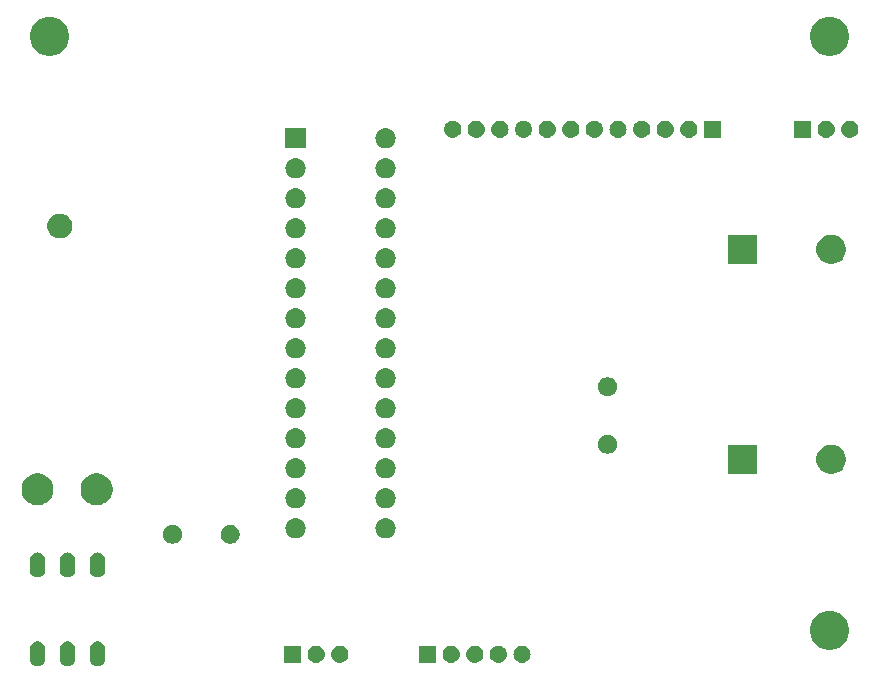
<source format=gbr>
G04 #@! TF.GenerationSoftware,KiCad,Pcbnew,(5.1.0)-1*
G04 #@! TF.CreationDate,2019-11-07T23:07:16-05:00*
G04 #@! TF.ProjectId,ocarina v1.0,6f636172-696e-4612-9076-312e302e6b69,rev?*
G04 #@! TF.SameCoordinates,Original*
G04 #@! TF.FileFunction,Soldermask,Bot*
G04 #@! TF.FilePolarity,Negative*
%FSLAX46Y46*%
G04 Gerber Fmt 4.6, Leading zero omitted, Abs format (unit mm)*
G04 Created by KiCad (PCBNEW (5.1.0)-1) date 2019-11-07 23:07:16*
%MOMM*%
%LPD*%
G04 APERTURE LIST*
%ADD10C,0.100000*%
G04 APERTURE END LIST*
D10*
G36*
X71247617Y-108128420D02*
G01*
X71338403Y-108155960D01*
X71370335Y-108165646D01*
X71483424Y-108226094D01*
X71582554Y-108307447D01*
X71663906Y-108406575D01*
X71724354Y-108519664D01*
X71732349Y-108546019D01*
X71761580Y-108642382D01*
X71771000Y-108738027D01*
X71771000Y-109601973D01*
X71761580Y-109697618D01*
X71734040Y-109788404D01*
X71724354Y-109820336D01*
X71663906Y-109933425D01*
X71582554Y-110032554D01*
X71483425Y-110113906D01*
X71370336Y-110174354D01*
X71338404Y-110184040D01*
X71247618Y-110211580D01*
X71120000Y-110224149D01*
X70992383Y-110211580D01*
X70901597Y-110184040D01*
X70869665Y-110174354D01*
X70756576Y-110113906D01*
X70657447Y-110032554D01*
X70576095Y-109933425D01*
X70515647Y-109820336D01*
X70511282Y-109805946D01*
X70478420Y-109697618D01*
X70469000Y-109601973D01*
X70469000Y-108738028D01*
X70478420Y-108642383D01*
X70515645Y-108519669D01*
X70515646Y-108519665D01*
X70576094Y-108406576D01*
X70657447Y-108307446D01*
X70756575Y-108226094D01*
X70869664Y-108165646D01*
X70901596Y-108155960D01*
X70992382Y-108128420D01*
X71120000Y-108115851D01*
X71247617Y-108128420D01*
X71247617Y-108128420D01*
G37*
G36*
X73787617Y-108128420D02*
G01*
X73878403Y-108155960D01*
X73910335Y-108165646D01*
X74023424Y-108226094D01*
X74122554Y-108307447D01*
X74203906Y-108406575D01*
X74264354Y-108519664D01*
X74272349Y-108546019D01*
X74301580Y-108642382D01*
X74311000Y-108738027D01*
X74311000Y-109601973D01*
X74301580Y-109697618D01*
X74274040Y-109788404D01*
X74264354Y-109820336D01*
X74203906Y-109933425D01*
X74122554Y-110032554D01*
X74023425Y-110113906D01*
X73910336Y-110174354D01*
X73878404Y-110184040D01*
X73787618Y-110211580D01*
X73660000Y-110224149D01*
X73532383Y-110211580D01*
X73441597Y-110184040D01*
X73409665Y-110174354D01*
X73296576Y-110113906D01*
X73197447Y-110032554D01*
X73116095Y-109933425D01*
X73055647Y-109820336D01*
X73051282Y-109805946D01*
X73018420Y-109697618D01*
X73009000Y-109601973D01*
X73009000Y-108738028D01*
X73018420Y-108642383D01*
X73055645Y-108519669D01*
X73055646Y-108519665D01*
X73116094Y-108406576D01*
X73197447Y-108307446D01*
X73296575Y-108226094D01*
X73409664Y-108165646D01*
X73441596Y-108155960D01*
X73532382Y-108128420D01*
X73660000Y-108115851D01*
X73787617Y-108128420D01*
X73787617Y-108128420D01*
G37*
G36*
X76327617Y-108128420D02*
G01*
X76418403Y-108155960D01*
X76450335Y-108165646D01*
X76563424Y-108226094D01*
X76662554Y-108307447D01*
X76743906Y-108406575D01*
X76804354Y-108519664D01*
X76812349Y-108546019D01*
X76841580Y-108642382D01*
X76851000Y-108738027D01*
X76851000Y-109601973D01*
X76841580Y-109697618D01*
X76814040Y-109788404D01*
X76804354Y-109820336D01*
X76743906Y-109933425D01*
X76662554Y-110032554D01*
X76563425Y-110113906D01*
X76450336Y-110174354D01*
X76418404Y-110184040D01*
X76327618Y-110211580D01*
X76200000Y-110224149D01*
X76072383Y-110211580D01*
X75981597Y-110184040D01*
X75949665Y-110174354D01*
X75836576Y-110113906D01*
X75737447Y-110032554D01*
X75656095Y-109933425D01*
X75595647Y-109820336D01*
X75591282Y-109805946D01*
X75558420Y-109697618D01*
X75549000Y-109601973D01*
X75549000Y-108738028D01*
X75558420Y-108642383D01*
X75595645Y-108519669D01*
X75595646Y-108519665D01*
X75656094Y-108406576D01*
X75737447Y-108307446D01*
X75836575Y-108226094D01*
X75949664Y-108165646D01*
X75981596Y-108155960D01*
X76072382Y-108128420D01*
X76200000Y-108115851D01*
X76327617Y-108128420D01*
X76327617Y-108128420D01*
G37*
G36*
X96781213Y-108497502D02*
G01*
X96852321Y-108504505D01*
X96989172Y-108546019D01*
X96989175Y-108546020D01*
X97115294Y-108613432D01*
X97225843Y-108704157D01*
X97316568Y-108814706D01*
X97383980Y-108940825D01*
X97383981Y-108940828D01*
X97425495Y-109077679D01*
X97439512Y-109220000D01*
X97425495Y-109362321D01*
X97383981Y-109499172D01*
X97383980Y-109499175D01*
X97316568Y-109625294D01*
X97225843Y-109735843D01*
X97115294Y-109826568D01*
X96989175Y-109893980D01*
X96989172Y-109893981D01*
X96852321Y-109935495D01*
X96781213Y-109942498D01*
X96745660Y-109946000D01*
X96674340Y-109946000D01*
X96638787Y-109942498D01*
X96567679Y-109935495D01*
X96430828Y-109893981D01*
X96430825Y-109893980D01*
X96304706Y-109826568D01*
X96194157Y-109735843D01*
X96103432Y-109625294D01*
X96036020Y-109499175D01*
X96036019Y-109499172D01*
X95994505Y-109362321D01*
X95980488Y-109220000D01*
X95994505Y-109077679D01*
X96036019Y-108940828D01*
X96036020Y-108940825D01*
X96103432Y-108814706D01*
X96194157Y-108704157D01*
X96304706Y-108613432D01*
X96430825Y-108546020D01*
X96430828Y-108546019D01*
X96567679Y-108504505D01*
X96638787Y-108497502D01*
X96674340Y-108494000D01*
X96745660Y-108494000D01*
X96781213Y-108497502D01*
X96781213Y-108497502D01*
G37*
G36*
X94781213Y-108497502D02*
G01*
X94852321Y-108504505D01*
X94989172Y-108546019D01*
X94989175Y-108546020D01*
X95115294Y-108613432D01*
X95225843Y-108704157D01*
X95316568Y-108814706D01*
X95383980Y-108940825D01*
X95383981Y-108940828D01*
X95425495Y-109077679D01*
X95439512Y-109220000D01*
X95425495Y-109362321D01*
X95383981Y-109499172D01*
X95383980Y-109499175D01*
X95316568Y-109625294D01*
X95225843Y-109735843D01*
X95115294Y-109826568D01*
X94989175Y-109893980D01*
X94989172Y-109893981D01*
X94852321Y-109935495D01*
X94781213Y-109942498D01*
X94745660Y-109946000D01*
X94674340Y-109946000D01*
X94638787Y-109942498D01*
X94567679Y-109935495D01*
X94430828Y-109893981D01*
X94430825Y-109893980D01*
X94304706Y-109826568D01*
X94194157Y-109735843D01*
X94103432Y-109625294D01*
X94036020Y-109499175D01*
X94036019Y-109499172D01*
X93994505Y-109362321D01*
X93980488Y-109220000D01*
X93994505Y-109077679D01*
X94036019Y-108940828D01*
X94036020Y-108940825D01*
X94103432Y-108814706D01*
X94194157Y-108704157D01*
X94304706Y-108613432D01*
X94430825Y-108546020D01*
X94430828Y-108546019D01*
X94567679Y-108504505D01*
X94638787Y-108497502D01*
X94674340Y-108494000D01*
X94745660Y-108494000D01*
X94781213Y-108497502D01*
X94781213Y-108497502D01*
G37*
G36*
X93436000Y-109946000D02*
G01*
X91984000Y-109946000D01*
X91984000Y-108494000D01*
X93436000Y-108494000D01*
X93436000Y-109946000D01*
X93436000Y-109946000D01*
G37*
G36*
X104866000Y-109946000D02*
G01*
X103414000Y-109946000D01*
X103414000Y-108494000D01*
X104866000Y-108494000D01*
X104866000Y-109946000D01*
X104866000Y-109946000D01*
G37*
G36*
X106211213Y-108497502D02*
G01*
X106282321Y-108504505D01*
X106419172Y-108546019D01*
X106419175Y-108546020D01*
X106545294Y-108613432D01*
X106655843Y-108704157D01*
X106746568Y-108814706D01*
X106813980Y-108940825D01*
X106813981Y-108940828D01*
X106855495Y-109077679D01*
X106869512Y-109220000D01*
X106855495Y-109362321D01*
X106813981Y-109499172D01*
X106813980Y-109499175D01*
X106746568Y-109625294D01*
X106655843Y-109735843D01*
X106545294Y-109826568D01*
X106419175Y-109893980D01*
X106419172Y-109893981D01*
X106282321Y-109935495D01*
X106211213Y-109942498D01*
X106175660Y-109946000D01*
X106104340Y-109946000D01*
X106068787Y-109942498D01*
X105997679Y-109935495D01*
X105860828Y-109893981D01*
X105860825Y-109893980D01*
X105734706Y-109826568D01*
X105624157Y-109735843D01*
X105533432Y-109625294D01*
X105466020Y-109499175D01*
X105466019Y-109499172D01*
X105424505Y-109362321D01*
X105410488Y-109220000D01*
X105424505Y-109077679D01*
X105466019Y-108940828D01*
X105466020Y-108940825D01*
X105533432Y-108814706D01*
X105624157Y-108704157D01*
X105734706Y-108613432D01*
X105860825Y-108546020D01*
X105860828Y-108546019D01*
X105997679Y-108504505D01*
X106068787Y-108497502D01*
X106104340Y-108494000D01*
X106175660Y-108494000D01*
X106211213Y-108497502D01*
X106211213Y-108497502D01*
G37*
G36*
X108211213Y-108497502D02*
G01*
X108282321Y-108504505D01*
X108419172Y-108546019D01*
X108419175Y-108546020D01*
X108545294Y-108613432D01*
X108655843Y-108704157D01*
X108746568Y-108814706D01*
X108813980Y-108940825D01*
X108813981Y-108940828D01*
X108855495Y-109077679D01*
X108869512Y-109220000D01*
X108855495Y-109362321D01*
X108813981Y-109499172D01*
X108813980Y-109499175D01*
X108746568Y-109625294D01*
X108655843Y-109735843D01*
X108545294Y-109826568D01*
X108419175Y-109893980D01*
X108419172Y-109893981D01*
X108282321Y-109935495D01*
X108211213Y-109942498D01*
X108175660Y-109946000D01*
X108104340Y-109946000D01*
X108068787Y-109942498D01*
X107997679Y-109935495D01*
X107860828Y-109893981D01*
X107860825Y-109893980D01*
X107734706Y-109826568D01*
X107624157Y-109735843D01*
X107533432Y-109625294D01*
X107466020Y-109499175D01*
X107466019Y-109499172D01*
X107424505Y-109362321D01*
X107410488Y-109220000D01*
X107424505Y-109077679D01*
X107466019Y-108940828D01*
X107466020Y-108940825D01*
X107533432Y-108814706D01*
X107624157Y-108704157D01*
X107734706Y-108613432D01*
X107860825Y-108546020D01*
X107860828Y-108546019D01*
X107997679Y-108504505D01*
X108068787Y-108497502D01*
X108104340Y-108494000D01*
X108175660Y-108494000D01*
X108211213Y-108497502D01*
X108211213Y-108497502D01*
G37*
G36*
X112211213Y-108497502D02*
G01*
X112282321Y-108504505D01*
X112419172Y-108546019D01*
X112419175Y-108546020D01*
X112545294Y-108613432D01*
X112655843Y-108704157D01*
X112746568Y-108814706D01*
X112813980Y-108940825D01*
X112813981Y-108940828D01*
X112855495Y-109077679D01*
X112869512Y-109220000D01*
X112855495Y-109362321D01*
X112813981Y-109499172D01*
X112813980Y-109499175D01*
X112746568Y-109625294D01*
X112655843Y-109735843D01*
X112545294Y-109826568D01*
X112419175Y-109893980D01*
X112419172Y-109893981D01*
X112282321Y-109935495D01*
X112211213Y-109942498D01*
X112175660Y-109946000D01*
X112104340Y-109946000D01*
X112068787Y-109942498D01*
X111997679Y-109935495D01*
X111860828Y-109893981D01*
X111860825Y-109893980D01*
X111734706Y-109826568D01*
X111624157Y-109735843D01*
X111533432Y-109625294D01*
X111466020Y-109499175D01*
X111466019Y-109499172D01*
X111424505Y-109362321D01*
X111410488Y-109220000D01*
X111424505Y-109077679D01*
X111466019Y-108940828D01*
X111466020Y-108940825D01*
X111533432Y-108814706D01*
X111624157Y-108704157D01*
X111734706Y-108613432D01*
X111860825Y-108546020D01*
X111860828Y-108546019D01*
X111997679Y-108504505D01*
X112068787Y-108497502D01*
X112104340Y-108494000D01*
X112175660Y-108494000D01*
X112211213Y-108497502D01*
X112211213Y-108497502D01*
G37*
G36*
X110211213Y-108497502D02*
G01*
X110282321Y-108504505D01*
X110419172Y-108546019D01*
X110419175Y-108546020D01*
X110545294Y-108613432D01*
X110655843Y-108704157D01*
X110746568Y-108814706D01*
X110813980Y-108940825D01*
X110813981Y-108940828D01*
X110855495Y-109077679D01*
X110869512Y-109220000D01*
X110855495Y-109362321D01*
X110813981Y-109499172D01*
X110813980Y-109499175D01*
X110746568Y-109625294D01*
X110655843Y-109735843D01*
X110545294Y-109826568D01*
X110419175Y-109893980D01*
X110419172Y-109893981D01*
X110282321Y-109935495D01*
X110211213Y-109942498D01*
X110175660Y-109946000D01*
X110104340Y-109946000D01*
X110068787Y-109942498D01*
X109997679Y-109935495D01*
X109860828Y-109893981D01*
X109860825Y-109893980D01*
X109734706Y-109826568D01*
X109624157Y-109735843D01*
X109533432Y-109625294D01*
X109466020Y-109499175D01*
X109466019Y-109499172D01*
X109424505Y-109362321D01*
X109410488Y-109220000D01*
X109424505Y-109077679D01*
X109466019Y-108940828D01*
X109466020Y-108940825D01*
X109533432Y-108814706D01*
X109624157Y-108704157D01*
X109734706Y-108613432D01*
X109860825Y-108546020D01*
X109860828Y-108546019D01*
X109997679Y-108504505D01*
X110068787Y-108497502D01*
X110104340Y-108494000D01*
X110175660Y-108494000D01*
X110211213Y-108497502D01*
X110211213Y-108497502D01*
G37*
G36*
X138551256Y-105579298D02*
G01*
X138657579Y-105600447D01*
X138958042Y-105724903D01*
X139228451Y-105905585D01*
X139458415Y-106135549D01*
X139639097Y-106405958D01*
X139763553Y-106706421D01*
X139827000Y-107025391D01*
X139827000Y-107350609D01*
X139763553Y-107669579D01*
X139639097Y-107970042D01*
X139458415Y-108240451D01*
X139228451Y-108470415D01*
X138958042Y-108651097D01*
X138657579Y-108775553D01*
X138551256Y-108796702D01*
X138338611Y-108839000D01*
X138013389Y-108839000D01*
X137800744Y-108796702D01*
X137694421Y-108775553D01*
X137393958Y-108651097D01*
X137123549Y-108470415D01*
X136893585Y-108240451D01*
X136712903Y-107970042D01*
X136588447Y-107669579D01*
X136525000Y-107350609D01*
X136525000Y-107025391D01*
X136588447Y-106706421D01*
X136712903Y-106405958D01*
X136893585Y-106135549D01*
X137123549Y-105905585D01*
X137393958Y-105724903D01*
X137694421Y-105600447D01*
X137800744Y-105579298D01*
X138013389Y-105537000D01*
X138338611Y-105537000D01*
X138551256Y-105579298D01*
X138551256Y-105579298D01*
G37*
G36*
X73787617Y-100608420D02*
G01*
X73878403Y-100635960D01*
X73910335Y-100645646D01*
X74023424Y-100706094D01*
X74122554Y-100787447D01*
X74203906Y-100886575D01*
X74264354Y-100999664D01*
X74274040Y-101031596D01*
X74301580Y-101122382D01*
X74311000Y-101218027D01*
X74311000Y-102081973D01*
X74301580Y-102177618D01*
X74274040Y-102268404D01*
X74264354Y-102300336D01*
X74203906Y-102413425D01*
X74122554Y-102512554D01*
X74023425Y-102593906D01*
X73910336Y-102654354D01*
X73878404Y-102664040D01*
X73787618Y-102691580D01*
X73660000Y-102704149D01*
X73532383Y-102691580D01*
X73441597Y-102664040D01*
X73409665Y-102654354D01*
X73296576Y-102593906D01*
X73197447Y-102512554D01*
X73116095Y-102413425D01*
X73055647Y-102300336D01*
X73051282Y-102285946D01*
X73018420Y-102177618D01*
X73009000Y-102081973D01*
X73009000Y-101218028D01*
X73018420Y-101122383D01*
X73055645Y-100999669D01*
X73055646Y-100999665D01*
X73116094Y-100886576D01*
X73197447Y-100787446D01*
X73296575Y-100706094D01*
X73409664Y-100645646D01*
X73441596Y-100635960D01*
X73532382Y-100608420D01*
X73660000Y-100595851D01*
X73787617Y-100608420D01*
X73787617Y-100608420D01*
G37*
G36*
X76327617Y-100608420D02*
G01*
X76418403Y-100635960D01*
X76450335Y-100645646D01*
X76563424Y-100706094D01*
X76662554Y-100787447D01*
X76743906Y-100886575D01*
X76804354Y-100999664D01*
X76814040Y-101031596D01*
X76841580Y-101122382D01*
X76851000Y-101218027D01*
X76851000Y-102081973D01*
X76841580Y-102177618D01*
X76814040Y-102268404D01*
X76804354Y-102300336D01*
X76743906Y-102413425D01*
X76662554Y-102512554D01*
X76563425Y-102593906D01*
X76450336Y-102654354D01*
X76418404Y-102664040D01*
X76327618Y-102691580D01*
X76200000Y-102704149D01*
X76072383Y-102691580D01*
X75981597Y-102664040D01*
X75949665Y-102654354D01*
X75836576Y-102593906D01*
X75737447Y-102512554D01*
X75656095Y-102413425D01*
X75595647Y-102300336D01*
X75591282Y-102285946D01*
X75558420Y-102177618D01*
X75549000Y-102081973D01*
X75549000Y-101218028D01*
X75558420Y-101122383D01*
X75595645Y-100999669D01*
X75595646Y-100999665D01*
X75656094Y-100886576D01*
X75737447Y-100787446D01*
X75836575Y-100706094D01*
X75949664Y-100645646D01*
X75981596Y-100635960D01*
X76072382Y-100608420D01*
X76200000Y-100595851D01*
X76327617Y-100608420D01*
X76327617Y-100608420D01*
G37*
G36*
X71247617Y-100608420D02*
G01*
X71338403Y-100635960D01*
X71370335Y-100645646D01*
X71483424Y-100706094D01*
X71582554Y-100787447D01*
X71663906Y-100886575D01*
X71724354Y-100999664D01*
X71734040Y-101031596D01*
X71761580Y-101122382D01*
X71771000Y-101218027D01*
X71771000Y-102081973D01*
X71761580Y-102177618D01*
X71734040Y-102268404D01*
X71724354Y-102300336D01*
X71663906Y-102413425D01*
X71582554Y-102512554D01*
X71483425Y-102593906D01*
X71370336Y-102654354D01*
X71338404Y-102664040D01*
X71247618Y-102691580D01*
X71120000Y-102704149D01*
X70992383Y-102691580D01*
X70901597Y-102664040D01*
X70869665Y-102654354D01*
X70756576Y-102593906D01*
X70657447Y-102512554D01*
X70576095Y-102413425D01*
X70515647Y-102300336D01*
X70511282Y-102285946D01*
X70478420Y-102177618D01*
X70469000Y-102081973D01*
X70469000Y-101218028D01*
X70478420Y-101122383D01*
X70515645Y-100999669D01*
X70515646Y-100999665D01*
X70576094Y-100886576D01*
X70657447Y-100787446D01*
X70756575Y-100706094D01*
X70869664Y-100645646D01*
X70901596Y-100635960D01*
X70992382Y-100608420D01*
X71120000Y-100595851D01*
X71247617Y-100608420D01*
X71247617Y-100608420D01*
G37*
G36*
X87663642Y-98289781D02*
G01*
X87809414Y-98350162D01*
X87809416Y-98350163D01*
X87940608Y-98437822D01*
X88052178Y-98549392D01*
X88139837Y-98680584D01*
X88139838Y-98680586D01*
X88200219Y-98826358D01*
X88231000Y-98981107D01*
X88231000Y-99138893D01*
X88200219Y-99293642D01*
X88180178Y-99342024D01*
X88139837Y-99439416D01*
X88052178Y-99570608D01*
X87940608Y-99682178D01*
X87809416Y-99769837D01*
X87809415Y-99769838D01*
X87809414Y-99769838D01*
X87663642Y-99830219D01*
X87508893Y-99861000D01*
X87351107Y-99861000D01*
X87196358Y-99830219D01*
X87050586Y-99769838D01*
X87050585Y-99769838D01*
X87050584Y-99769837D01*
X86919392Y-99682178D01*
X86807822Y-99570608D01*
X86720163Y-99439416D01*
X86679822Y-99342024D01*
X86659781Y-99293642D01*
X86629000Y-99138893D01*
X86629000Y-98981107D01*
X86659781Y-98826358D01*
X86720162Y-98680586D01*
X86720163Y-98680584D01*
X86807822Y-98549392D01*
X86919392Y-98437822D01*
X87050584Y-98350163D01*
X87050586Y-98350162D01*
X87196358Y-98289781D01*
X87351107Y-98259000D01*
X87508893Y-98259000D01*
X87663642Y-98289781D01*
X87663642Y-98289781D01*
G37*
G36*
X82783642Y-98289781D02*
G01*
X82929414Y-98350162D01*
X82929416Y-98350163D01*
X83060608Y-98437822D01*
X83172178Y-98549392D01*
X83259837Y-98680584D01*
X83259838Y-98680586D01*
X83320219Y-98826358D01*
X83351000Y-98981107D01*
X83351000Y-99138893D01*
X83320219Y-99293642D01*
X83300178Y-99342024D01*
X83259837Y-99439416D01*
X83172178Y-99570608D01*
X83060608Y-99682178D01*
X82929416Y-99769837D01*
X82929415Y-99769838D01*
X82929414Y-99769838D01*
X82783642Y-99830219D01*
X82628893Y-99861000D01*
X82471107Y-99861000D01*
X82316358Y-99830219D01*
X82170586Y-99769838D01*
X82170585Y-99769838D01*
X82170584Y-99769837D01*
X82039392Y-99682178D01*
X81927822Y-99570608D01*
X81840163Y-99439416D01*
X81799822Y-99342024D01*
X81779781Y-99293642D01*
X81749000Y-99138893D01*
X81749000Y-98981107D01*
X81779781Y-98826358D01*
X81840162Y-98680586D01*
X81840163Y-98680584D01*
X81927822Y-98549392D01*
X82039392Y-98437822D01*
X82170584Y-98350163D01*
X82170586Y-98350162D01*
X82316358Y-98289781D01*
X82471107Y-98259000D01*
X82628893Y-98259000D01*
X82783642Y-98289781D01*
X82783642Y-98289781D01*
G37*
G36*
X93130823Y-97713313D02*
G01*
X93291242Y-97761976D01*
X93423906Y-97832886D01*
X93439078Y-97840996D01*
X93568659Y-97947341D01*
X93675004Y-98076922D01*
X93675005Y-98076924D01*
X93754024Y-98224758D01*
X93802687Y-98385177D01*
X93819117Y-98552000D01*
X93802687Y-98718823D01*
X93754024Y-98879242D01*
X93699576Y-98981107D01*
X93675004Y-99027078D01*
X93568659Y-99156659D01*
X93439078Y-99263004D01*
X93439076Y-99263005D01*
X93291242Y-99342024D01*
X93130823Y-99390687D01*
X93005804Y-99403000D01*
X92922196Y-99403000D01*
X92797177Y-99390687D01*
X92636758Y-99342024D01*
X92488924Y-99263005D01*
X92488922Y-99263004D01*
X92359341Y-99156659D01*
X92252996Y-99027078D01*
X92228424Y-98981107D01*
X92173976Y-98879242D01*
X92125313Y-98718823D01*
X92108883Y-98552000D01*
X92125313Y-98385177D01*
X92173976Y-98224758D01*
X92252995Y-98076924D01*
X92252996Y-98076922D01*
X92359341Y-97947341D01*
X92488922Y-97840996D01*
X92504094Y-97832886D01*
X92636758Y-97761976D01*
X92797177Y-97713313D01*
X92922196Y-97701000D01*
X93005804Y-97701000D01*
X93130823Y-97713313D01*
X93130823Y-97713313D01*
G37*
G36*
X100750823Y-97713313D02*
G01*
X100911242Y-97761976D01*
X101043906Y-97832886D01*
X101059078Y-97840996D01*
X101188659Y-97947341D01*
X101295004Y-98076922D01*
X101295005Y-98076924D01*
X101374024Y-98224758D01*
X101422687Y-98385177D01*
X101439117Y-98552000D01*
X101422687Y-98718823D01*
X101374024Y-98879242D01*
X101319576Y-98981107D01*
X101295004Y-99027078D01*
X101188659Y-99156659D01*
X101059078Y-99263004D01*
X101059076Y-99263005D01*
X100911242Y-99342024D01*
X100750823Y-99390687D01*
X100625804Y-99403000D01*
X100542196Y-99403000D01*
X100417177Y-99390687D01*
X100256758Y-99342024D01*
X100108924Y-99263005D01*
X100108922Y-99263004D01*
X99979341Y-99156659D01*
X99872996Y-99027078D01*
X99848424Y-98981107D01*
X99793976Y-98879242D01*
X99745313Y-98718823D01*
X99728883Y-98552000D01*
X99745313Y-98385177D01*
X99793976Y-98224758D01*
X99872995Y-98076924D01*
X99872996Y-98076922D01*
X99979341Y-97947341D01*
X100108922Y-97840996D01*
X100124094Y-97832886D01*
X100256758Y-97761976D01*
X100417177Y-97713313D01*
X100542196Y-97701000D01*
X100625804Y-97701000D01*
X100750823Y-97713313D01*
X100750823Y-97713313D01*
G37*
G36*
X93130823Y-95173313D02*
G01*
X93291242Y-95221976D01*
X93423906Y-95292886D01*
X93439078Y-95300996D01*
X93568659Y-95407341D01*
X93675004Y-95536922D01*
X93675005Y-95536924D01*
X93754024Y-95684758D01*
X93802687Y-95845177D01*
X93819117Y-96012000D01*
X93802687Y-96178823D01*
X93754024Y-96339242D01*
X93696297Y-96447241D01*
X93675004Y-96487078D01*
X93568659Y-96616659D01*
X93439078Y-96723004D01*
X93439076Y-96723005D01*
X93291242Y-96802024D01*
X93130823Y-96850687D01*
X93005804Y-96863000D01*
X92922196Y-96863000D01*
X92797177Y-96850687D01*
X92636758Y-96802024D01*
X92488924Y-96723005D01*
X92488922Y-96723004D01*
X92359341Y-96616659D01*
X92252996Y-96487078D01*
X92231703Y-96447241D01*
X92173976Y-96339242D01*
X92125313Y-96178823D01*
X92108883Y-96012000D01*
X92125313Y-95845177D01*
X92173976Y-95684758D01*
X92252995Y-95536924D01*
X92252996Y-95536922D01*
X92359341Y-95407341D01*
X92488922Y-95300996D01*
X92504094Y-95292886D01*
X92636758Y-95221976D01*
X92797177Y-95173313D01*
X92922196Y-95161000D01*
X93005804Y-95161000D01*
X93130823Y-95173313D01*
X93130823Y-95173313D01*
G37*
G36*
X100750823Y-95173313D02*
G01*
X100911242Y-95221976D01*
X101043906Y-95292886D01*
X101059078Y-95300996D01*
X101188659Y-95407341D01*
X101295004Y-95536922D01*
X101295005Y-95536924D01*
X101374024Y-95684758D01*
X101422687Y-95845177D01*
X101439117Y-96012000D01*
X101422687Y-96178823D01*
X101374024Y-96339242D01*
X101316297Y-96447241D01*
X101295004Y-96487078D01*
X101188659Y-96616659D01*
X101059078Y-96723004D01*
X101059076Y-96723005D01*
X100911242Y-96802024D01*
X100750823Y-96850687D01*
X100625804Y-96863000D01*
X100542196Y-96863000D01*
X100417177Y-96850687D01*
X100256758Y-96802024D01*
X100108924Y-96723005D01*
X100108922Y-96723004D01*
X99979341Y-96616659D01*
X99872996Y-96487078D01*
X99851703Y-96447241D01*
X99793976Y-96339242D01*
X99745313Y-96178823D01*
X99728883Y-96012000D01*
X99745313Y-95845177D01*
X99793976Y-95684758D01*
X99872995Y-95536924D01*
X99872996Y-95536922D01*
X99979341Y-95407341D01*
X100108922Y-95300996D01*
X100124094Y-95292886D01*
X100256758Y-95221976D01*
X100417177Y-95173313D01*
X100542196Y-95161000D01*
X100625804Y-95161000D01*
X100750823Y-95173313D01*
X100750823Y-95173313D01*
G37*
G36*
X76494757Y-93947076D02*
G01*
X76514072Y-93950918D01*
X76759939Y-94052759D01*
X76871328Y-94127187D01*
X76954865Y-94183005D01*
X76981212Y-94200610D01*
X77169390Y-94388788D01*
X77317241Y-94610061D01*
X77419082Y-94855928D01*
X77471000Y-95116938D01*
X77471000Y-95383062D01*
X77419082Y-95644072D01*
X77317241Y-95889939D01*
X77169390Y-96111212D01*
X76981212Y-96299390D01*
X76759939Y-96447241D01*
X76759938Y-96447242D01*
X76759937Y-96447242D01*
X76514072Y-96549082D01*
X76253063Y-96601000D01*
X75986937Y-96601000D01*
X75725928Y-96549082D01*
X75480063Y-96447242D01*
X75480062Y-96447242D01*
X75480061Y-96447241D01*
X75258788Y-96299390D01*
X75070610Y-96111212D01*
X74922759Y-95889939D01*
X74820918Y-95644072D01*
X74769000Y-95383062D01*
X74769000Y-95116938D01*
X74820918Y-94855928D01*
X74922759Y-94610061D01*
X75070610Y-94388788D01*
X75258788Y-94200610D01*
X75285136Y-94183005D01*
X75368672Y-94127187D01*
X75480061Y-94052759D01*
X75725928Y-93950918D01*
X75745243Y-93947076D01*
X75986937Y-93899000D01*
X76253063Y-93899000D01*
X76494757Y-93947076D01*
X76494757Y-93947076D01*
G37*
G36*
X71494757Y-93947076D02*
G01*
X71514072Y-93950918D01*
X71759939Y-94052759D01*
X71871328Y-94127187D01*
X71954865Y-94183005D01*
X71981212Y-94200610D01*
X72169390Y-94388788D01*
X72317241Y-94610061D01*
X72419082Y-94855928D01*
X72471000Y-95116938D01*
X72471000Y-95383062D01*
X72419082Y-95644072D01*
X72317241Y-95889939D01*
X72169390Y-96111212D01*
X71981212Y-96299390D01*
X71759939Y-96447241D01*
X71759938Y-96447242D01*
X71759937Y-96447242D01*
X71514072Y-96549082D01*
X71253063Y-96601000D01*
X70986937Y-96601000D01*
X70725928Y-96549082D01*
X70480063Y-96447242D01*
X70480062Y-96447242D01*
X70480061Y-96447241D01*
X70258788Y-96299390D01*
X70070610Y-96111212D01*
X69922759Y-95889939D01*
X69820918Y-95644072D01*
X69769000Y-95383062D01*
X69769000Y-95116938D01*
X69820918Y-94855928D01*
X69922759Y-94610061D01*
X70070610Y-94388788D01*
X70258788Y-94200610D01*
X70285136Y-94183005D01*
X70368672Y-94127187D01*
X70480061Y-94052759D01*
X70725928Y-93950918D01*
X70745243Y-93947076D01*
X70986937Y-93899000D01*
X71253063Y-93899000D01*
X71494757Y-93947076D01*
X71494757Y-93947076D01*
G37*
G36*
X100750823Y-92633313D02*
G01*
X100911242Y-92681976D01*
X101043906Y-92752886D01*
X101059078Y-92760996D01*
X101188659Y-92867341D01*
X101295004Y-92996922D01*
X101295005Y-92996924D01*
X101374024Y-93144758D01*
X101422687Y-93305177D01*
X101439117Y-93472000D01*
X101422687Y-93638823D01*
X101374024Y-93799242D01*
X101320702Y-93899000D01*
X101295004Y-93947078D01*
X101188659Y-94076659D01*
X101059078Y-94183004D01*
X101059076Y-94183005D01*
X100911242Y-94262024D01*
X100750823Y-94310687D01*
X100625804Y-94323000D01*
X100542196Y-94323000D01*
X100417177Y-94310687D01*
X100256758Y-94262024D01*
X100108924Y-94183005D01*
X100108922Y-94183004D01*
X99979341Y-94076659D01*
X99872996Y-93947078D01*
X99847298Y-93899000D01*
X99793976Y-93799242D01*
X99745313Y-93638823D01*
X99728883Y-93472000D01*
X99745313Y-93305177D01*
X99793976Y-93144758D01*
X99872995Y-92996924D01*
X99872996Y-92996922D01*
X99979341Y-92867341D01*
X100108922Y-92760996D01*
X100124094Y-92752886D01*
X100256758Y-92681976D01*
X100417177Y-92633313D01*
X100542196Y-92621000D01*
X100625804Y-92621000D01*
X100750823Y-92633313D01*
X100750823Y-92633313D01*
G37*
G36*
X93130823Y-92633313D02*
G01*
X93291242Y-92681976D01*
X93423906Y-92752886D01*
X93439078Y-92760996D01*
X93568659Y-92867341D01*
X93675004Y-92996922D01*
X93675005Y-92996924D01*
X93754024Y-93144758D01*
X93802687Y-93305177D01*
X93819117Y-93472000D01*
X93802687Y-93638823D01*
X93754024Y-93799242D01*
X93700702Y-93899000D01*
X93675004Y-93947078D01*
X93568659Y-94076659D01*
X93439078Y-94183004D01*
X93439076Y-94183005D01*
X93291242Y-94262024D01*
X93130823Y-94310687D01*
X93005804Y-94323000D01*
X92922196Y-94323000D01*
X92797177Y-94310687D01*
X92636758Y-94262024D01*
X92488924Y-94183005D01*
X92488922Y-94183004D01*
X92359341Y-94076659D01*
X92252996Y-93947078D01*
X92227298Y-93899000D01*
X92173976Y-93799242D01*
X92125313Y-93638823D01*
X92108883Y-93472000D01*
X92125313Y-93305177D01*
X92173976Y-93144758D01*
X92252995Y-92996924D01*
X92252996Y-92996922D01*
X92359341Y-92867341D01*
X92488922Y-92760996D01*
X92504094Y-92752886D01*
X92636758Y-92681976D01*
X92797177Y-92633313D01*
X92922196Y-92621000D01*
X93005804Y-92621000D01*
X93130823Y-92633313D01*
X93130823Y-92633313D01*
G37*
G36*
X138674903Y-91507075D02*
G01*
X138902571Y-91601378D01*
X139107466Y-91738285D01*
X139281715Y-91912534D01*
X139418622Y-92117429D01*
X139512925Y-92345097D01*
X139561000Y-92586787D01*
X139561000Y-92833213D01*
X139512925Y-93074903D01*
X139418622Y-93302571D01*
X139281715Y-93507466D01*
X139107466Y-93681715D01*
X138902571Y-93818622D01*
X138902570Y-93818623D01*
X138902569Y-93818623D01*
X138674903Y-93912925D01*
X138433214Y-93961000D01*
X138186786Y-93961000D01*
X137945097Y-93912925D01*
X137717431Y-93818623D01*
X137717430Y-93818623D01*
X137717429Y-93818622D01*
X137512534Y-93681715D01*
X137338285Y-93507466D01*
X137201378Y-93302571D01*
X137107075Y-93074903D01*
X137059000Y-92833213D01*
X137059000Y-92586787D01*
X137107075Y-92345097D01*
X137201378Y-92117429D01*
X137338285Y-91912534D01*
X137512534Y-91738285D01*
X137717429Y-91601378D01*
X137945097Y-91507075D01*
X138186786Y-91459000D01*
X138433214Y-91459000D01*
X138674903Y-91507075D01*
X138674903Y-91507075D01*
G37*
G36*
X132061000Y-93961000D02*
G01*
X129559000Y-93961000D01*
X129559000Y-91459000D01*
X132061000Y-91459000D01*
X132061000Y-93961000D01*
X132061000Y-93961000D01*
G37*
G36*
X119613642Y-90669781D02*
G01*
X119759414Y-90730162D01*
X119759416Y-90730163D01*
X119890608Y-90817822D01*
X120002178Y-90929392D01*
X120089837Y-91060584D01*
X120089838Y-91060586D01*
X120150219Y-91206358D01*
X120181000Y-91361107D01*
X120181000Y-91518893D01*
X120150219Y-91673642D01*
X120110022Y-91770686D01*
X120089837Y-91819416D01*
X120002178Y-91950608D01*
X119890608Y-92062178D01*
X119759416Y-92149837D01*
X119759415Y-92149838D01*
X119759414Y-92149838D01*
X119613642Y-92210219D01*
X119458893Y-92241000D01*
X119301107Y-92241000D01*
X119146358Y-92210219D01*
X119000586Y-92149838D01*
X119000585Y-92149838D01*
X119000584Y-92149837D01*
X118869392Y-92062178D01*
X118757822Y-91950608D01*
X118670163Y-91819416D01*
X118649978Y-91770686D01*
X118609781Y-91673642D01*
X118579000Y-91518893D01*
X118579000Y-91361107D01*
X118609781Y-91206358D01*
X118670162Y-91060586D01*
X118670163Y-91060584D01*
X118757822Y-90929392D01*
X118869392Y-90817822D01*
X119000584Y-90730163D01*
X119000586Y-90730162D01*
X119146358Y-90669781D01*
X119301107Y-90639000D01*
X119458893Y-90639000D01*
X119613642Y-90669781D01*
X119613642Y-90669781D01*
G37*
G36*
X93130823Y-90093313D02*
G01*
X93291242Y-90141976D01*
X93423906Y-90212886D01*
X93439078Y-90220996D01*
X93568659Y-90327341D01*
X93675004Y-90456922D01*
X93675005Y-90456924D01*
X93754024Y-90604758D01*
X93802687Y-90765177D01*
X93819117Y-90932000D01*
X93802687Y-91098823D01*
X93754024Y-91259242D01*
X93699576Y-91361107D01*
X93675004Y-91407078D01*
X93568659Y-91536659D01*
X93439078Y-91643004D01*
X93439076Y-91643005D01*
X93291242Y-91722024D01*
X93130823Y-91770687D01*
X93005804Y-91783000D01*
X92922196Y-91783000D01*
X92797177Y-91770687D01*
X92636758Y-91722024D01*
X92488924Y-91643005D01*
X92488922Y-91643004D01*
X92359341Y-91536659D01*
X92252996Y-91407078D01*
X92228424Y-91361107D01*
X92173976Y-91259242D01*
X92125313Y-91098823D01*
X92108883Y-90932000D01*
X92125313Y-90765177D01*
X92173976Y-90604758D01*
X92252995Y-90456924D01*
X92252996Y-90456922D01*
X92359341Y-90327341D01*
X92488922Y-90220996D01*
X92504094Y-90212886D01*
X92636758Y-90141976D01*
X92797177Y-90093313D01*
X92922196Y-90081000D01*
X93005804Y-90081000D01*
X93130823Y-90093313D01*
X93130823Y-90093313D01*
G37*
G36*
X100750823Y-90093313D02*
G01*
X100911242Y-90141976D01*
X101043906Y-90212886D01*
X101059078Y-90220996D01*
X101188659Y-90327341D01*
X101295004Y-90456922D01*
X101295005Y-90456924D01*
X101374024Y-90604758D01*
X101422687Y-90765177D01*
X101439117Y-90932000D01*
X101422687Y-91098823D01*
X101374024Y-91259242D01*
X101319576Y-91361107D01*
X101295004Y-91407078D01*
X101188659Y-91536659D01*
X101059078Y-91643004D01*
X101059076Y-91643005D01*
X100911242Y-91722024D01*
X100750823Y-91770687D01*
X100625804Y-91783000D01*
X100542196Y-91783000D01*
X100417177Y-91770687D01*
X100256758Y-91722024D01*
X100108924Y-91643005D01*
X100108922Y-91643004D01*
X99979341Y-91536659D01*
X99872996Y-91407078D01*
X99848424Y-91361107D01*
X99793976Y-91259242D01*
X99745313Y-91098823D01*
X99728883Y-90932000D01*
X99745313Y-90765177D01*
X99793976Y-90604758D01*
X99872995Y-90456924D01*
X99872996Y-90456922D01*
X99979341Y-90327341D01*
X100108922Y-90220996D01*
X100124094Y-90212886D01*
X100256758Y-90141976D01*
X100417177Y-90093313D01*
X100542196Y-90081000D01*
X100625804Y-90081000D01*
X100750823Y-90093313D01*
X100750823Y-90093313D01*
G37*
G36*
X93130823Y-87553313D02*
G01*
X93291242Y-87601976D01*
X93423906Y-87672886D01*
X93439078Y-87680996D01*
X93568659Y-87787341D01*
X93675004Y-87916922D01*
X93675005Y-87916924D01*
X93754024Y-88064758D01*
X93802687Y-88225177D01*
X93819117Y-88392000D01*
X93802687Y-88558823D01*
X93754024Y-88719242D01*
X93683114Y-88851906D01*
X93675004Y-88867078D01*
X93568659Y-88996659D01*
X93439078Y-89103004D01*
X93439076Y-89103005D01*
X93291242Y-89182024D01*
X93130823Y-89230687D01*
X93005804Y-89243000D01*
X92922196Y-89243000D01*
X92797177Y-89230687D01*
X92636758Y-89182024D01*
X92488924Y-89103005D01*
X92488922Y-89103004D01*
X92359341Y-88996659D01*
X92252996Y-88867078D01*
X92244886Y-88851906D01*
X92173976Y-88719242D01*
X92125313Y-88558823D01*
X92108883Y-88392000D01*
X92125313Y-88225177D01*
X92173976Y-88064758D01*
X92252995Y-87916924D01*
X92252996Y-87916922D01*
X92359341Y-87787341D01*
X92488922Y-87680996D01*
X92504094Y-87672886D01*
X92636758Y-87601976D01*
X92797177Y-87553313D01*
X92922196Y-87541000D01*
X93005804Y-87541000D01*
X93130823Y-87553313D01*
X93130823Y-87553313D01*
G37*
G36*
X100750823Y-87553313D02*
G01*
X100911242Y-87601976D01*
X101043906Y-87672886D01*
X101059078Y-87680996D01*
X101188659Y-87787341D01*
X101295004Y-87916922D01*
X101295005Y-87916924D01*
X101374024Y-88064758D01*
X101422687Y-88225177D01*
X101439117Y-88392000D01*
X101422687Y-88558823D01*
X101374024Y-88719242D01*
X101303114Y-88851906D01*
X101295004Y-88867078D01*
X101188659Y-88996659D01*
X101059078Y-89103004D01*
X101059076Y-89103005D01*
X100911242Y-89182024D01*
X100750823Y-89230687D01*
X100625804Y-89243000D01*
X100542196Y-89243000D01*
X100417177Y-89230687D01*
X100256758Y-89182024D01*
X100108924Y-89103005D01*
X100108922Y-89103004D01*
X99979341Y-88996659D01*
X99872996Y-88867078D01*
X99864886Y-88851906D01*
X99793976Y-88719242D01*
X99745313Y-88558823D01*
X99728883Y-88392000D01*
X99745313Y-88225177D01*
X99793976Y-88064758D01*
X99872995Y-87916924D01*
X99872996Y-87916922D01*
X99979341Y-87787341D01*
X100108922Y-87680996D01*
X100124094Y-87672886D01*
X100256758Y-87601976D01*
X100417177Y-87553313D01*
X100542196Y-87541000D01*
X100625804Y-87541000D01*
X100750823Y-87553313D01*
X100750823Y-87553313D01*
G37*
G36*
X119613642Y-85789781D02*
G01*
X119759414Y-85850162D01*
X119759416Y-85850163D01*
X119890608Y-85937822D01*
X120002178Y-86049392D01*
X120088938Y-86179239D01*
X120089838Y-86180586D01*
X120150219Y-86326358D01*
X120181000Y-86481107D01*
X120181000Y-86638893D01*
X120150219Y-86793642D01*
X120089838Y-86939414D01*
X120089837Y-86939416D01*
X120002178Y-87070608D01*
X119890608Y-87182178D01*
X119759416Y-87269837D01*
X119759415Y-87269838D01*
X119759414Y-87269838D01*
X119613642Y-87330219D01*
X119458893Y-87361000D01*
X119301107Y-87361000D01*
X119146358Y-87330219D01*
X119000586Y-87269838D01*
X119000585Y-87269838D01*
X119000584Y-87269837D01*
X118869392Y-87182178D01*
X118757822Y-87070608D01*
X118670163Y-86939416D01*
X118670162Y-86939414D01*
X118609781Y-86793642D01*
X118579000Y-86638893D01*
X118579000Y-86481107D01*
X118609781Y-86326358D01*
X118670162Y-86180586D01*
X118671062Y-86179239D01*
X118757822Y-86049392D01*
X118869392Y-85937822D01*
X119000584Y-85850163D01*
X119000586Y-85850162D01*
X119146358Y-85789781D01*
X119301107Y-85759000D01*
X119458893Y-85759000D01*
X119613642Y-85789781D01*
X119613642Y-85789781D01*
G37*
G36*
X100750823Y-85013313D02*
G01*
X100911242Y-85061976D01*
X101043906Y-85132886D01*
X101059078Y-85140996D01*
X101188659Y-85247341D01*
X101295004Y-85376922D01*
X101295005Y-85376924D01*
X101374024Y-85524758D01*
X101422687Y-85685177D01*
X101439117Y-85852000D01*
X101422687Y-86018823D01*
X101374024Y-86179242D01*
X101303114Y-86311906D01*
X101295004Y-86327078D01*
X101188659Y-86456659D01*
X101059078Y-86563004D01*
X101059076Y-86563005D01*
X100911242Y-86642024D01*
X100750823Y-86690687D01*
X100625804Y-86703000D01*
X100542196Y-86703000D01*
X100417177Y-86690687D01*
X100256758Y-86642024D01*
X100108924Y-86563005D01*
X100108922Y-86563004D01*
X99979341Y-86456659D01*
X99872996Y-86327078D01*
X99864886Y-86311906D01*
X99793976Y-86179242D01*
X99745313Y-86018823D01*
X99728883Y-85852000D01*
X99745313Y-85685177D01*
X99793976Y-85524758D01*
X99872995Y-85376924D01*
X99872996Y-85376922D01*
X99979341Y-85247341D01*
X100108922Y-85140996D01*
X100124094Y-85132886D01*
X100256758Y-85061976D01*
X100417177Y-85013313D01*
X100542196Y-85001000D01*
X100625804Y-85001000D01*
X100750823Y-85013313D01*
X100750823Y-85013313D01*
G37*
G36*
X93130823Y-85013313D02*
G01*
X93291242Y-85061976D01*
X93423906Y-85132886D01*
X93439078Y-85140996D01*
X93568659Y-85247341D01*
X93675004Y-85376922D01*
X93675005Y-85376924D01*
X93754024Y-85524758D01*
X93802687Y-85685177D01*
X93819117Y-85852000D01*
X93802687Y-86018823D01*
X93754024Y-86179242D01*
X93683114Y-86311906D01*
X93675004Y-86327078D01*
X93568659Y-86456659D01*
X93439078Y-86563004D01*
X93439076Y-86563005D01*
X93291242Y-86642024D01*
X93130823Y-86690687D01*
X93005804Y-86703000D01*
X92922196Y-86703000D01*
X92797177Y-86690687D01*
X92636758Y-86642024D01*
X92488924Y-86563005D01*
X92488922Y-86563004D01*
X92359341Y-86456659D01*
X92252996Y-86327078D01*
X92244886Y-86311906D01*
X92173976Y-86179242D01*
X92125313Y-86018823D01*
X92108883Y-85852000D01*
X92125313Y-85685177D01*
X92173976Y-85524758D01*
X92252995Y-85376924D01*
X92252996Y-85376922D01*
X92359341Y-85247341D01*
X92488922Y-85140996D01*
X92504094Y-85132886D01*
X92636758Y-85061976D01*
X92797177Y-85013313D01*
X92922196Y-85001000D01*
X93005804Y-85001000D01*
X93130823Y-85013313D01*
X93130823Y-85013313D01*
G37*
G36*
X100750823Y-82473313D02*
G01*
X100911242Y-82521976D01*
X101043906Y-82592886D01*
X101059078Y-82600996D01*
X101188659Y-82707341D01*
X101295004Y-82836922D01*
X101295005Y-82836924D01*
X101374024Y-82984758D01*
X101422687Y-83145177D01*
X101439117Y-83312000D01*
X101422687Y-83478823D01*
X101374024Y-83639242D01*
X101303114Y-83771906D01*
X101295004Y-83787078D01*
X101188659Y-83916659D01*
X101059078Y-84023004D01*
X101059076Y-84023005D01*
X100911242Y-84102024D01*
X100750823Y-84150687D01*
X100625804Y-84163000D01*
X100542196Y-84163000D01*
X100417177Y-84150687D01*
X100256758Y-84102024D01*
X100108924Y-84023005D01*
X100108922Y-84023004D01*
X99979341Y-83916659D01*
X99872996Y-83787078D01*
X99864886Y-83771906D01*
X99793976Y-83639242D01*
X99745313Y-83478823D01*
X99728883Y-83312000D01*
X99745313Y-83145177D01*
X99793976Y-82984758D01*
X99872995Y-82836924D01*
X99872996Y-82836922D01*
X99979341Y-82707341D01*
X100108922Y-82600996D01*
X100124094Y-82592886D01*
X100256758Y-82521976D01*
X100417177Y-82473313D01*
X100542196Y-82461000D01*
X100625804Y-82461000D01*
X100750823Y-82473313D01*
X100750823Y-82473313D01*
G37*
G36*
X93130823Y-82473313D02*
G01*
X93291242Y-82521976D01*
X93423906Y-82592886D01*
X93439078Y-82600996D01*
X93568659Y-82707341D01*
X93675004Y-82836922D01*
X93675005Y-82836924D01*
X93754024Y-82984758D01*
X93802687Y-83145177D01*
X93819117Y-83312000D01*
X93802687Y-83478823D01*
X93754024Y-83639242D01*
X93683114Y-83771906D01*
X93675004Y-83787078D01*
X93568659Y-83916659D01*
X93439078Y-84023004D01*
X93439076Y-84023005D01*
X93291242Y-84102024D01*
X93130823Y-84150687D01*
X93005804Y-84163000D01*
X92922196Y-84163000D01*
X92797177Y-84150687D01*
X92636758Y-84102024D01*
X92488924Y-84023005D01*
X92488922Y-84023004D01*
X92359341Y-83916659D01*
X92252996Y-83787078D01*
X92244886Y-83771906D01*
X92173976Y-83639242D01*
X92125313Y-83478823D01*
X92108883Y-83312000D01*
X92125313Y-83145177D01*
X92173976Y-82984758D01*
X92252995Y-82836924D01*
X92252996Y-82836922D01*
X92359341Y-82707341D01*
X92488922Y-82600996D01*
X92504094Y-82592886D01*
X92636758Y-82521976D01*
X92797177Y-82473313D01*
X92922196Y-82461000D01*
X93005804Y-82461000D01*
X93130823Y-82473313D01*
X93130823Y-82473313D01*
G37*
G36*
X93130823Y-79933313D02*
G01*
X93291242Y-79981976D01*
X93423906Y-80052886D01*
X93439078Y-80060996D01*
X93568659Y-80167341D01*
X93675004Y-80296922D01*
X93675005Y-80296924D01*
X93754024Y-80444758D01*
X93802687Y-80605177D01*
X93819117Y-80772000D01*
X93802687Y-80938823D01*
X93754024Y-81099242D01*
X93683114Y-81231906D01*
X93675004Y-81247078D01*
X93568659Y-81376659D01*
X93439078Y-81483004D01*
X93439076Y-81483005D01*
X93291242Y-81562024D01*
X93130823Y-81610687D01*
X93005804Y-81623000D01*
X92922196Y-81623000D01*
X92797177Y-81610687D01*
X92636758Y-81562024D01*
X92488924Y-81483005D01*
X92488922Y-81483004D01*
X92359341Y-81376659D01*
X92252996Y-81247078D01*
X92244886Y-81231906D01*
X92173976Y-81099242D01*
X92125313Y-80938823D01*
X92108883Y-80772000D01*
X92125313Y-80605177D01*
X92173976Y-80444758D01*
X92252995Y-80296924D01*
X92252996Y-80296922D01*
X92359341Y-80167341D01*
X92488922Y-80060996D01*
X92504094Y-80052886D01*
X92636758Y-79981976D01*
X92797177Y-79933313D01*
X92922196Y-79921000D01*
X93005804Y-79921000D01*
X93130823Y-79933313D01*
X93130823Y-79933313D01*
G37*
G36*
X100750823Y-79933313D02*
G01*
X100911242Y-79981976D01*
X101043906Y-80052886D01*
X101059078Y-80060996D01*
X101188659Y-80167341D01*
X101295004Y-80296922D01*
X101295005Y-80296924D01*
X101374024Y-80444758D01*
X101422687Y-80605177D01*
X101439117Y-80772000D01*
X101422687Y-80938823D01*
X101374024Y-81099242D01*
X101303114Y-81231906D01*
X101295004Y-81247078D01*
X101188659Y-81376659D01*
X101059078Y-81483004D01*
X101059076Y-81483005D01*
X100911242Y-81562024D01*
X100750823Y-81610687D01*
X100625804Y-81623000D01*
X100542196Y-81623000D01*
X100417177Y-81610687D01*
X100256758Y-81562024D01*
X100108924Y-81483005D01*
X100108922Y-81483004D01*
X99979341Y-81376659D01*
X99872996Y-81247078D01*
X99864886Y-81231906D01*
X99793976Y-81099242D01*
X99745313Y-80938823D01*
X99728883Y-80772000D01*
X99745313Y-80605177D01*
X99793976Y-80444758D01*
X99872995Y-80296924D01*
X99872996Y-80296922D01*
X99979341Y-80167341D01*
X100108922Y-80060996D01*
X100124094Y-80052886D01*
X100256758Y-79981976D01*
X100417177Y-79933313D01*
X100542196Y-79921000D01*
X100625804Y-79921000D01*
X100750823Y-79933313D01*
X100750823Y-79933313D01*
G37*
G36*
X100750823Y-77393313D02*
G01*
X100911242Y-77441976D01*
X101043906Y-77512886D01*
X101059078Y-77520996D01*
X101188659Y-77627341D01*
X101295004Y-77756922D01*
X101295005Y-77756924D01*
X101374024Y-77904758D01*
X101422687Y-78065177D01*
X101439117Y-78232000D01*
X101422687Y-78398823D01*
X101374024Y-78559242D01*
X101303114Y-78691906D01*
X101295004Y-78707078D01*
X101188659Y-78836659D01*
X101059078Y-78943004D01*
X101059076Y-78943005D01*
X100911242Y-79022024D01*
X100750823Y-79070687D01*
X100625804Y-79083000D01*
X100542196Y-79083000D01*
X100417177Y-79070687D01*
X100256758Y-79022024D01*
X100108924Y-78943005D01*
X100108922Y-78943004D01*
X99979341Y-78836659D01*
X99872996Y-78707078D01*
X99864886Y-78691906D01*
X99793976Y-78559242D01*
X99745313Y-78398823D01*
X99728883Y-78232000D01*
X99745313Y-78065177D01*
X99793976Y-77904758D01*
X99872995Y-77756924D01*
X99872996Y-77756922D01*
X99979341Y-77627341D01*
X100108922Y-77520996D01*
X100124094Y-77512886D01*
X100256758Y-77441976D01*
X100417177Y-77393313D01*
X100542196Y-77381000D01*
X100625804Y-77381000D01*
X100750823Y-77393313D01*
X100750823Y-77393313D01*
G37*
G36*
X93130823Y-77393313D02*
G01*
X93291242Y-77441976D01*
X93423906Y-77512886D01*
X93439078Y-77520996D01*
X93568659Y-77627341D01*
X93675004Y-77756922D01*
X93675005Y-77756924D01*
X93754024Y-77904758D01*
X93802687Y-78065177D01*
X93819117Y-78232000D01*
X93802687Y-78398823D01*
X93754024Y-78559242D01*
X93683114Y-78691906D01*
X93675004Y-78707078D01*
X93568659Y-78836659D01*
X93439078Y-78943004D01*
X93439076Y-78943005D01*
X93291242Y-79022024D01*
X93130823Y-79070687D01*
X93005804Y-79083000D01*
X92922196Y-79083000D01*
X92797177Y-79070687D01*
X92636758Y-79022024D01*
X92488924Y-78943005D01*
X92488922Y-78943004D01*
X92359341Y-78836659D01*
X92252996Y-78707078D01*
X92244886Y-78691906D01*
X92173976Y-78559242D01*
X92125313Y-78398823D01*
X92108883Y-78232000D01*
X92125313Y-78065177D01*
X92173976Y-77904758D01*
X92252995Y-77756924D01*
X92252996Y-77756922D01*
X92359341Y-77627341D01*
X92488922Y-77520996D01*
X92504094Y-77512886D01*
X92636758Y-77441976D01*
X92797177Y-77393313D01*
X92922196Y-77381000D01*
X93005804Y-77381000D01*
X93130823Y-77393313D01*
X93130823Y-77393313D01*
G37*
G36*
X93130823Y-74853313D02*
G01*
X93291242Y-74901976D01*
X93423906Y-74972886D01*
X93439078Y-74980996D01*
X93568659Y-75087341D01*
X93675004Y-75216922D01*
X93675005Y-75216924D01*
X93754024Y-75364758D01*
X93802687Y-75525177D01*
X93819117Y-75692000D01*
X93802687Y-75858823D01*
X93754024Y-76019242D01*
X93693259Y-76132925D01*
X93675004Y-76167078D01*
X93568659Y-76296659D01*
X93439078Y-76403004D01*
X93439076Y-76403005D01*
X93291242Y-76482024D01*
X93130823Y-76530687D01*
X93005804Y-76543000D01*
X92922196Y-76543000D01*
X92797177Y-76530687D01*
X92636758Y-76482024D01*
X92488924Y-76403005D01*
X92488922Y-76403004D01*
X92359341Y-76296659D01*
X92252996Y-76167078D01*
X92234741Y-76132925D01*
X92173976Y-76019242D01*
X92125313Y-75858823D01*
X92108883Y-75692000D01*
X92125313Y-75525177D01*
X92173976Y-75364758D01*
X92252995Y-75216924D01*
X92252996Y-75216922D01*
X92359341Y-75087341D01*
X92488922Y-74980996D01*
X92504094Y-74972886D01*
X92636758Y-74901976D01*
X92797177Y-74853313D01*
X92922196Y-74841000D01*
X93005804Y-74841000D01*
X93130823Y-74853313D01*
X93130823Y-74853313D01*
G37*
G36*
X100750823Y-74853313D02*
G01*
X100911242Y-74901976D01*
X101043906Y-74972886D01*
X101059078Y-74980996D01*
X101188659Y-75087341D01*
X101295004Y-75216922D01*
X101295005Y-75216924D01*
X101374024Y-75364758D01*
X101422687Y-75525177D01*
X101439117Y-75692000D01*
X101422687Y-75858823D01*
X101374024Y-76019242D01*
X101313259Y-76132925D01*
X101295004Y-76167078D01*
X101188659Y-76296659D01*
X101059078Y-76403004D01*
X101059076Y-76403005D01*
X100911242Y-76482024D01*
X100750823Y-76530687D01*
X100625804Y-76543000D01*
X100542196Y-76543000D01*
X100417177Y-76530687D01*
X100256758Y-76482024D01*
X100108924Y-76403005D01*
X100108922Y-76403004D01*
X99979341Y-76296659D01*
X99872996Y-76167078D01*
X99854741Y-76132925D01*
X99793976Y-76019242D01*
X99745313Y-75858823D01*
X99728883Y-75692000D01*
X99745313Y-75525177D01*
X99793976Y-75364758D01*
X99872995Y-75216924D01*
X99872996Y-75216922D01*
X99979341Y-75087341D01*
X100108922Y-74980996D01*
X100124094Y-74972886D01*
X100256758Y-74901976D01*
X100417177Y-74853313D01*
X100542196Y-74841000D01*
X100625804Y-74841000D01*
X100750823Y-74853313D01*
X100750823Y-74853313D01*
G37*
G36*
X138674903Y-73727075D02*
G01*
X138902571Y-73821378D01*
X139107466Y-73958285D01*
X139281715Y-74132534D01*
X139418622Y-74337429D01*
X139512925Y-74565097D01*
X139561000Y-74806787D01*
X139561000Y-75053213D01*
X139512925Y-75294903D01*
X139418622Y-75522571D01*
X139281715Y-75727466D01*
X139107466Y-75901715D01*
X138902571Y-76038622D01*
X138902570Y-76038623D01*
X138902569Y-76038623D01*
X138674903Y-76132925D01*
X138433214Y-76181000D01*
X138186786Y-76181000D01*
X137945097Y-76132925D01*
X137717431Y-76038623D01*
X137717430Y-76038623D01*
X137717429Y-76038622D01*
X137512534Y-75901715D01*
X137338285Y-75727466D01*
X137201378Y-75522571D01*
X137107075Y-75294903D01*
X137059000Y-75053213D01*
X137059000Y-74806787D01*
X137107075Y-74565097D01*
X137201378Y-74337429D01*
X137338285Y-74132534D01*
X137512534Y-73958285D01*
X137717429Y-73821378D01*
X137945097Y-73727075D01*
X138186786Y-73679000D01*
X138433214Y-73679000D01*
X138674903Y-73727075D01*
X138674903Y-73727075D01*
G37*
G36*
X132061000Y-76181000D02*
G01*
X129559000Y-76181000D01*
X129559000Y-73679000D01*
X132061000Y-73679000D01*
X132061000Y-76181000D01*
X132061000Y-76181000D01*
G37*
G36*
X73316564Y-71949389D02*
G01*
X73507833Y-72028615D01*
X73507835Y-72028616D01*
X73679973Y-72143635D01*
X73826365Y-72290027D01*
X73927239Y-72440995D01*
X73941385Y-72462167D01*
X74020611Y-72653436D01*
X74061000Y-72856484D01*
X74061000Y-73063516D01*
X74020611Y-73266564D01*
X73941385Y-73457833D01*
X73941384Y-73457835D01*
X73826365Y-73629973D01*
X73679973Y-73776365D01*
X73507835Y-73891384D01*
X73507834Y-73891385D01*
X73507833Y-73891385D01*
X73316564Y-73970611D01*
X73113516Y-74011000D01*
X72906484Y-74011000D01*
X72703436Y-73970611D01*
X72512167Y-73891385D01*
X72512166Y-73891385D01*
X72512165Y-73891384D01*
X72340027Y-73776365D01*
X72193635Y-73629973D01*
X72078616Y-73457835D01*
X72078615Y-73457833D01*
X71999389Y-73266564D01*
X71959000Y-73063516D01*
X71959000Y-72856484D01*
X71999389Y-72653436D01*
X72078615Y-72462167D01*
X72092762Y-72440995D01*
X72193635Y-72290027D01*
X72340027Y-72143635D01*
X72512165Y-72028616D01*
X72512167Y-72028615D01*
X72703436Y-71949389D01*
X72906484Y-71909000D01*
X73113516Y-71909000D01*
X73316564Y-71949389D01*
X73316564Y-71949389D01*
G37*
G36*
X100750823Y-72313313D02*
G01*
X100911242Y-72361976D01*
X101043906Y-72432886D01*
X101059078Y-72440996D01*
X101188659Y-72547341D01*
X101295004Y-72676922D01*
X101295005Y-72676924D01*
X101374024Y-72824758D01*
X101422687Y-72985177D01*
X101439117Y-73152000D01*
X101422687Y-73318823D01*
X101374024Y-73479242D01*
X101303114Y-73611906D01*
X101295004Y-73627078D01*
X101188659Y-73756659D01*
X101059078Y-73863004D01*
X101059076Y-73863005D01*
X100911242Y-73942024D01*
X100750823Y-73990687D01*
X100625804Y-74003000D01*
X100542196Y-74003000D01*
X100417177Y-73990687D01*
X100256758Y-73942024D01*
X100108924Y-73863005D01*
X100108922Y-73863004D01*
X99979341Y-73756659D01*
X99872996Y-73627078D01*
X99864886Y-73611906D01*
X99793976Y-73479242D01*
X99745313Y-73318823D01*
X99728883Y-73152000D01*
X99745313Y-72985177D01*
X99793976Y-72824758D01*
X99872995Y-72676924D01*
X99872996Y-72676922D01*
X99979341Y-72547341D01*
X100108922Y-72440996D01*
X100124094Y-72432886D01*
X100256758Y-72361976D01*
X100417177Y-72313313D01*
X100542196Y-72301000D01*
X100625804Y-72301000D01*
X100750823Y-72313313D01*
X100750823Y-72313313D01*
G37*
G36*
X93130823Y-72313313D02*
G01*
X93291242Y-72361976D01*
X93423906Y-72432886D01*
X93439078Y-72440996D01*
X93568659Y-72547341D01*
X93675004Y-72676922D01*
X93675005Y-72676924D01*
X93754024Y-72824758D01*
X93802687Y-72985177D01*
X93819117Y-73152000D01*
X93802687Y-73318823D01*
X93754024Y-73479242D01*
X93683114Y-73611906D01*
X93675004Y-73627078D01*
X93568659Y-73756659D01*
X93439078Y-73863004D01*
X93439076Y-73863005D01*
X93291242Y-73942024D01*
X93130823Y-73990687D01*
X93005804Y-74003000D01*
X92922196Y-74003000D01*
X92797177Y-73990687D01*
X92636758Y-73942024D01*
X92488924Y-73863005D01*
X92488922Y-73863004D01*
X92359341Y-73756659D01*
X92252996Y-73627078D01*
X92244886Y-73611906D01*
X92173976Y-73479242D01*
X92125313Y-73318823D01*
X92108883Y-73152000D01*
X92125313Y-72985177D01*
X92173976Y-72824758D01*
X92252995Y-72676924D01*
X92252996Y-72676922D01*
X92359341Y-72547341D01*
X92488922Y-72440996D01*
X92504094Y-72432886D01*
X92636758Y-72361976D01*
X92797177Y-72313313D01*
X92922196Y-72301000D01*
X93005804Y-72301000D01*
X93130823Y-72313313D01*
X93130823Y-72313313D01*
G37*
G36*
X100750823Y-69773313D02*
G01*
X100911242Y-69821976D01*
X101043906Y-69892886D01*
X101059078Y-69900996D01*
X101188659Y-70007341D01*
X101295004Y-70136922D01*
X101295005Y-70136924D01*
X101374024Y-70284758D01*
X101422687Y-70445177D01*
X101439117Y-70612000D01*
X101422687Y-70778823D01*
X101374024Y-70939242D01*
X101303114Y-71071906D01*
X101295004Y-71087078D01*
X101188659Y-71216659D01*
X101059078Y-71323004D01*
X101059076Y-71323005D01*
X100911242Y-71402024D01*
X100750823Y-71450687D01*
X100625804Y-71463000D01*
X100542196Y-71463000D01*
X100417177Y-71450687D01*
X100256758Y-71402024D01*
X100108924Y-71323005D01*
X100108922Y-71323004D01*
X99979341Y-71216659D01*
X99872996Y-71087078D01*
X99864886Y-71071906D01*
X99793976Y-70939242D01*
X99745313Y-70778823D01*
X99728883Y-70612000D01*
X99745313Y-70445177D01*
X99793976Y-70284758D01*
X99872995Y-70136924D01*
X99872996Y-70136922D01*
X99979341Y-70007341D01*
X100108922Y-69900996D01*
X100124094Y-69892886D01*
X100256758Y-69821976D01*
X100417177Y-69773313D01*
X100542196Y-69761000D01*
X100625804Y-69761000D01*
X100750823Y-69773313D01*
X100750823Y-69773313D01*
G37*
G36*
X93130823Y-69773313D02*
G01*
X93291242Y-69821976D01*
X93423906Y-69892886D01*
X93439078Y-69900996D01*
X93568659Y-70007341D01*
X93675004Y-70136922D01*
X93675005Y-70136924D01*
X93754024Y-70284758D01*
X93802687Y-70445177D01*
X93819117Y-70612000D01*
X93802687Y-70778823D01*
X93754024Y-70939242D01*
X93683114Y-71071906D01*
X93675004Y-71087078D01*
X93568659Y-71216659D01*
X93439078Y-71323004D01*
X93439076Y-71323005D01*
X93291242Y-71402024D01*
X93130823Y-71450687D01*
X93005804Y-71463000D01*
X92922196Y-71463000D01*
X92797177Y-71450687D01*
X92636758Y-71402024D01*
X92488924Y-71323005D01*
X92488922Y-71323004D01*
X92359341Y-71216659D01*
X92252996Y-71087078D01*
X92244886Y-71071906D01*
X92173976Y-70939242D01*
X92125313Y-70778823D01*
X92108883Y-70612000D01*
X92125313Y-70445177D01*
X92173976Y-70284758D01*
X92252995Y-70136924D01*
X92252996Y-70136922D01*
X92359341Y-70007341D01*
X92488922Y-69900996D01*
X92504094Y-69892886D01*
X92636758Y-69821976D01*
X92797177Y-69773313D01*
X92922196Y-69761000D01*
X93005804Y-69761000D01*
X93130823Y-69773313D01*
X93130823Y-69773313D01*
G37*
G36*
X93130823Y-67233313D02*
G01*
X93291242Y-67281976D01*
X93423906Y-67352886D01*
X93439078Y-67360996D01*
X93568659Y-67467341D01*
X93675004Y-67596922D01*
X93675005Y-67596924D01*
X93754024Y-67744758D01*
X93802687Y-67905177D01*
X93819117Y-68072000D01*
X93802687Y-68238823D01*
X93754024Y-68399242D01*
X93683114Y-68531906D01*
X93675004Y-68547078D01*
X93568659Y-68676659D01*
X93439078Y-68783004D01*
X93439076Y-68783005D01*
X93291242Y-68862024D01*
X93130823Y-68910687D01*
X93005804Y-68923000D01*
X92922196Y-68923000D01*
X92797177Y-68910687D01*
X92636758Y-68862024D01*
X92488924Y-68783005D01*
X92488922Y-68783004D01*
X92359341Y-68676659D01*
X92252996Y-68547078D01*
X92244886Y-68531906D01*
X92173976Y-68399242D01*
X92125313Y-68238823D01*
X92108883Y-68072000D01*
X92125313Y-67905177D01*
X92173976Y-67744758D01*
X92252995Y-67596924D01*
X92252996Y-67596922D01*
X92359341Y-67467341D01*
X92488922Y-67360996D01*
X92504094Y-67352886D01*
X92636758Y-67281976D01*
X92797177Y-67233313D01*
X92922196Y-67221000D01*
X93005804Y-67221000D01*
X93130823Y-67233313D01*
X93130823Y-67233313D01*
G37*
G36*
X100750823Y-67233313D02*
G01*
X100911242Y-67281976D01*
X101043906Y-67352886D01*
X101059078Y-67360996D01*
X101188659Y-67467341D01*
X101295004Y-67596922D01*
X101295005Y-67596924D01*
X101374024Y-67744758D01*
X101422687Y-67905177D01*
X101439117Y-68072000D01*
X101422687Y-68238823D01*
X101374024Y-68399242D01*
X101303114Y-68531906D01*
X101295004Y-68547078D01*
X101188659Y-68676659D01*
X101059078Y-68783004D01*
X101059076Y-68783005D01*
X100911242Y-68862024D01*
X100750823Y-68910687D01*
X100625804Y-68923000D01*
X100542196Y-68923000D01*
X100417177Y-68910687D01*
X100256758Y-68862024D01*
X100108924Y-68783005D01*
X100108922Y-68783004D01*
X99979341Y-68676659D01*
X99872996Y-68547078D01*
X99864886Y-68531906D01*
X99793976Y-68399242D01*
X99745313Y-68238823D01*
X99728883Y-68072000D01*
X99745313Y-67905177D01*
X99793976Y-67744758D01*
X99872995Y-67596924D01*
X99872996Y-67596922D01*
X99979341Y-67467341D01*
X100108922Y-67360996D01*
X100124094Y-67352886D01*
X100256758Y-67281976D01*
X100417177Y-67233313D01*
X100542196Y-67221000D01*
X100625804Y-67221000D01*
X100750823Y-67233313D01*
X100750823Y-67233313D01*
G37*
G36*
X93815000Y-66383000D02*
G01*
X92113000Y-66383000D01*
X92113000Y-64681000D01*
X93815000Y-64681000D01*
X93815000Y-66383000D01*
X93815000Y-66383000D01*
G37*
G36*
X100750823Y-64693313D02*
G01*
X100911242Y-64741976D01*
X101043906Y-64812886D01*
X101059078Y-64820996D01*
X101188659Y-64927341D01*
X101295004Y-65056922D01*
X101295005Y-65056924D01*
X101374024Y-65204758D01*
X101422687Y-65365177D01*
X101439117Y-65532000D01*
X101422687Y-65698823D01*
X101374024Y-65859242D01*
X101303114Y-65991906D01*
X101295004Y-66007078D01*
X101188659Y-66136659D01*
X101059078Y-66243004D01*
X101059076Y-66243005D01*
X100911242Y-66322024D01*
X100750823Y-66370687D01*
X100625804Y-66383000D01*
X100542196Y-66383000D01*
X100417177Y-66370687D01*
X100256758Y-66322024D01*
X100108924Y-66243005D01*
X100108922Y-66243004D01*
X99979341Y-66136659D01*
X99872996Y-66007078D01*
X99864886Y-65991906D01*
X99793976Y-65859242D01*
X99745313Y-65698823D01*
X99728883Y-65532000D01*
X99745313Y-65365177D01*
X99793976Y-65204758D01*
X99872995Y-65056924D01*
X99872996Y-65056922D01*
X99979341Y-64927341D01*
X100108922Y-64820996D01*
X100124094Y-64812886D01*
X100256758Y-64741976D01*
X100417177Y-64693313D01*
X100542196Y-64681000D01*
X100625804Y-64681000D01*
X100750823Y-64693313D01*
X100750823Y-64693313D01*
G37*
G36*
X122341213Y-64047502D02*
G01*
X122412321Y-64054505D01*
X122549172Y-64096019D01*
X122549175Y-64096020D01*
X122675294Y-64163432D01*
X122785843Y-64254157D01*
X122876568Y-64364706D01*
X122943980Y-64490825D01*
X122943981Y-64490828D01*
X122985495Y-64627679D01*
X122999512Y-64770000D01*
X122985495Y-64912321D01*
X122943981Y-65049172D01*
X122943980Y-65049175D01*
X122876568Y-65175294D01*
X122785843Y-65285843D01*
X122675294Y-65376568D01*
X122549175Y-65443980D01*
X122549172Y-65443981D01*
X122412321Y-65485495D01*
X122341213Y-65492498D01*
X122305660Y-65496000D01*
X122234340Y-65496000D01*
X122198787Y-65492498D01*
X122127679Y-65485495D01*
X121990828Y-65443981D01*
X121990825Y-65443980D01*
X121864706Y-65376568D01*
X121754157Y-65285843D01*
X121663432Y-65175294D01*
X121596020Y-65049175D01*
X121596019Y-65049172D01*
X121554505Y-64912321D01*
X121540488Y-64770000D01*
X121554505Y-64627679D01*
X121596019Y-64490828D01*
X121596020Y-64490825D01*
X121663432Y-64364706D01*
X121754157Y-64254157D01*
X121864706Y-64163432D01*
X121990825Y-64096020D01*
X121990828Y-64096019D01*
X122127679Y-64054505D01*
X122198787Y-64047502D01*
X122234340Y-64044000D01*
X122305660Y-64044000D01*
X122341213Y-64047502D01*
X122341213Y-64047502D01*
G37*
G36*
X126341213Y-64047502D02*
G01*
X126412321Y-64054505D01*
X126549172Y-64096019D01*
X126549175Y-64096020D01*
X126675294Y-64163432D01*
X126785843Y-64254157D01*
X126876568Y-64364706D01*
X126943980Y-64490825D01*
X126943981Y-64490828D01*
X126985495Y-64627679D01*
X126999512Y-64770000D01*
X126985495Y-64912321D01*
X126943981Y-65049172D01*
X126943980Y-65049175D01*
X126876568Y-65175294D01*
X126785843Y-65285843D01*
X126675294Y-65376568D01*
X126549175Y-65443980D01*
X126549172Y-65443981D01*
X126412321Y-65485495D01*
X126341213Y-65492498D01*
X126305660Y-65496000D01*
X126234340Y-65496000D01*
X126198787Y-65492498D01*
X126127679Y-65485495D01*
X125990828Y-65443981D01*
X125990825Y-65443980D01*
X125864706Y-65376568D01*
X125754157Y-65285843D01*
X125663432Y-65175294D01*
X125596020Y-65049175D01*
X125596019Y-65049172D01*
X125554505Y-64912321D01*
X125540488Y-64770000D01*
X125554505Y-64627679D01*
X125596019Y-64490828D01*
X125596020Y-64490825D01*
X125663432Y-64364706D01*
X125754157Y-64254157D01*
X125864706Y-64163432D01*
X125990825Y-64096020D01*
X125990828Y-64096019D01*
X126127679Y-64054505D01*
X126198787Y-64047502D01*
X126234340Y-64044000D01*
X126305660Y-64044000D01*
X126341213Y-64047502D01*
X126341213Y-64047502D01*
G37*
G36*
X128996000Y-65496000D02*
G01*
X127544000Y-65496000D01*
X127544000Y-64044000D01*
X128996000Y-64044000D01*
X128996000Y-65496000D01*
X128996000Y-65496000D01*
G37*
G36*
X124341213Y-64047502D02*
G01*
X124412321Y-64054505D01*
X124549172Y-64096019D01*
X124549175Y-64096020D01*
X124675294Y-64163432D01*
X124785843Y-64254157D01*
X124876568Y-64364706D01*
X124943980Y-64490825D01*
X124943981Y-64490828D01*
X124985495Y-64627679D01*
X124999512Y-64770000D01*
X124985495Y-64912321D01*
X124943981Y-65049172D01*
X124943980Y-65049175D01*
X124876568Y-65175294D01*
X124785843Y-65285843D01*
X124675294Y-65376568D01*
X124549175Y-65443980D01*
X124549172Y-65443981D01*
X124412321Y-65485495D01*
X124341213Y-65492498D01*
X124305660Y-65496000D01*
X124234340Y-65496000D01*
X124198787Y-65492498D01*
X124127679Y-65485495D01*
X123990828Y-65443981D01*
X123990825Y-65443980D01*
X123864706Y-65376568D01*
X123754157Y-65285843D01*
X123663432Y-65175294D01*
X123596020Y-65049175D01*
X123596019Y-65049172D01*
X123554505Y-64912321D01*
X123540488Y-64770000D01*
X123554505Y-64627679D01*
X123596019Y-64490828D01*
X123596020Y-64490825D01*
X123663432Y-64364706D01*
X123754157Y-64254157D01*
X123864706Y-64163432D01*
X123990825Y-64096020D01*
X123990828Y-64096019D01*
X124127679Y-64054505D01*
X124198787Y-64047502D01*
X124234340Y-64044000D01*
X124305660Y-64044000D01*
X124341213Y-64047502D01*
X124341213Y-64047502D01*
G37*
G36*
X139961213Y-64047502D02*
G01*
X140032321Y-64054505D01*
X140169172Y-64096019D01*
X140169175Y-64096020D01*
X140295294Y-64163432D01*
X140405843Y-64254157D01*
X140496568Y-64364706D01*
X140563980Y-64490825D01*
X140563981Y-64490828D01*
X140605495Y-64627679D01*
X140619512Y-64770000D01*
X140605495Y-64912321D01*
X140563981Y-65049172D01*
X140563980Y-65049175D01*
X140496568Y-65175294D01*
X140405843Y-65285843D01*
X140295294Y-65376568D01*
X140169175Y-65443980D01*
X140169172Y-65443981D01*
X140032321Y-65485495D01*
X139961213Y-65492498D01*
X139925660Y-65496000D01*
X139854340Y-65496000D01*
X139818787Y-65492498D01*
X139747679Y-65485495D01*
X139610828Y-65443981D01*
X139610825Y-65443980D01*
X139484706Y-65376568D01*
X139374157Y-65285843D01*
X139283432Y-65175294D01*
X139216020Y-65049175D01*
X139216019Y-65049172D01*
X139174505Y-64912321D01*
X139160488Y-64770000D01*
X139174505Y-64627679D01*
X139216019Y-64490828D01*
X139216020Y-64490825D01*
X139283432Y-64364706D01*
X139374157Y-64254157D01*
X139484706Y-64163432D01*
X139610825Y-64096020D01*
X139610828Y-64096019D01*
X139747679Y-64054505D01*
X139818787Y-64047502D01*
X139854340Y-64044000D01*
X139925660Y-64044000D01*
X139961213Y-64047502D01*
X139961213Y-64047502D01*
G37*
G36*
X137961213Y-64047502D02*
G01*
X138032321Y-64054505D01*
X138169172Y-64096019D01*
X138169175Y-64096020D01*
X138295294Y-64163432D01*
X138405843Y-64254157D01*
X138496568Y-64364706D01*
X138563980Y-64490825D01*
X138563981Y-64490828D01*
X138605495Y-64627679D01*
X138619512Y-64770000D01*
X138605495Y-64912321D01*
X138563981Y-65049172D01*
X138563980Y-65049175D01*
X138496568Y-65175294D01*
X138405843Y-65285843D01*
X138295294Y-65376568D01*
X138169175Y-65443980D01*
X138169172Y-65443981D01*
X138032321Y-65485495D01*
X137961213Y-65492498D01*
X137925660Y-65496000D01*
X137854340Y-65496000D01*
X137818787Y-65492498D01*
X137747679Y-65485495D01*
X137610828Y-65443981D01*
X137610825Y-65443980D01*
X137484706Y-65376568D01*
X137374157Y-65285843D01*
X137283432Y-65175294D01*
X137216020Y-65049175D01*
X137216019Y-65049172D01*
X137174505Y-64912321D01*
X137160488Y-64770000D01*
X137174505Y-64627679D01*
X137216019Y-64490828D01*
X137216020Y-64490825D01*
X137283432Y-64364706D01*
X137374157Y-64254157D01*
X137484706Y-64163432D01*
X137610825Y-64096020D01*
X137610828Y-64096019D01*
X137747679Y-64054505D01*
X137818787Y-64047502D01*
X137854340Y-64044000D01*
X137925660Y-64044000D01*
X137961213Y-64047502D01*
X137961213Y-64047502D01*
G37*
G36*
X136616000Y-65496000D02*
G01*
X135164000Y-65496000D01*
X135164000Y-64044000D01*
X136616000Y-64044000D01*
X136616000Y-65496000D01*
X136616000Y-65496000D01*
G37*
G36*
X106341213Y-64047502D02*
G01*
X106412321Y-64054505D01*
X106549172Y-64096019D01*
X106549175Y-64096020D01*
X106675294Y-64163432D01*
X106785843Y-64254157D01*
X106876568Y-64364706D01*
X106943980Y-64490825D01*
X106943981Y-64490828D01*
X106985495Y-64627679D01*
X106999512Y-64770000D01*
X106985495Y-64912321D01*
X106943981Y-65049172D01*
X106943980Y-65049175D01*
X106876568Y-65175294D01*
X106785843Y-65285843D01*
X106675294Y-65376568D01*
X106549175Y-65443980D01*
X106549172Y-65443981D01*
X106412321Y-65485495D01*
X106341213Y-65492498D01*
X106305660Y-65496000D01*
X106234340Y-65496000D01*
X106198787Y-65492498D01*
X106127679Y-65485495D01*
X105990828Y-65443981D01*
X105990825Y-65443980D01*
X105864706Y-65376568D01*
X105754157Y-65285843D01*
X105663432Y-65175294D01*
X105596020Y-65049175D01*
X105596019Y-65049172D01*
X105554505Y-64912321D01*
X105540488Y-64770000D01*
X105554505Y-64627679D01*
X105596019Y-64490828D01*
X105596020Y-64490825D01*
X105663432Y-64364706D01*
X105754157Y-64254157D01*
X105864706Y-64163432D01*
X105990825Y-64096020D01*
X105990828Y-64096019D01*
X106127679Y-64054505D01*
X106198787Y-64047502D01*
X106234340Y-64044000D01*
X106305660Y-64044000D01*
X106341213Y-64047502D01*
X106341213Y-64047502D01*
G37*
G36*
X108341213Y-64047502D02*
G01*
X108412321Y-64054505D01*
X108549172Y-64096019D01*
X108549175Y-64096020D01*
X108675294Y-64163432D01*
X108785843Y-64254157D01*
X108876568Y-64364706D01*
X108943980Y-64490825D01*
X108943981Y-64490828D01*
X108985495Y-64627679D01*
X108999512Y-64770000D01*
X108985495Y-64912321D01*
X108943981Y-65049172D01*
X108943980Y-65049175D01*
X108876568Y-65175294D01*
X108785843Y-65285843D01*
X108675294Y-65376568D01*
X108549175Y-65443980D01*
X108549172Y-65443981D01*
X108412321Y-65485495D01*
X108341213Y-65492498D01*
X108305660Y-65496000D01*
X108234340Y-65496000D01*
X108198787Y-65492498D01*
X108127679Y-65485495D01*
X107990828Y-65443981D01*
X107990825Y-65443980D01*
X107864706Y-65376568D01*
X107754157Y-65285843D01*
X107663432Y-65175294D01*
X107596020Y-65049175D01*
X107596019Y-65049172D01*
X107554505Y-64912321D01*
X107540488Y-64770000D01*
X107554505Y-64627679D01*
X107596019Y-64490828D01*
X107596020Y-64490825D01*
X107663432Y-64364706D01*
X107754157Y-64254157D01*
X107864706Y-64163432D01*
X107990825Y-64096020D01*
X107990828Y-64096019D01*
X108127679Y-64054505D01*
X108198787Y-64047502D01*
X108234340Y-64044000D01*
X108305660Y-64044000D01*
X108341213Y-64047502D01*
X108341213Y-64047502D01*
G37*
G36*
X112341213Y-64047502D02*
G01*
X112412321Y-64054505D01*
X112549172Y-64096019D01*
X112549175Y-64096020D01*
X112675294Y-64163432D01*
X112785843Y-64254157D01*
X112876568Y-64364706D01*
X112943980Y-64490825D01*
X112943981Y-64490828D01*
X112985495Y-64627679D01*
X112999512Y-64770000D01*
X112985495Y-64912321D01*
X112943981Y-65049172D01*
X112943980Y-65049175D01*
X112876568Y-65175294D01*
X112785843Y-65285843D01*
X112675294Y-65376568D01*
X112549175Y-65443980D01*
X112549172Y-65443981D01*
X112412321Y-65485495D01*
X112341213Y-65492498D01*
X112305660Y-65496000D01*
X112234340Y-65496000D01*
X112198787Y-65492498D01*
X112127679Y-65485495D01*
X111990828Y-65443981D01*
X111990825Y-65443980D01*
X111864706Y-65376568D01*
X111754157Y-65285843D01*
X111663432Y-65175294D01*
X111596020Y-65049175D01*
X111596019Y-65049172D01*
X111554505Y-64912321D01*
X111540488Y-64770000D01*
X111554505Y-64627679D01*
X111596019Y-64490828D01*
X111596020Y-64490825D01*
X111663432Y-64364706D01*
X111754157Y-64254157D01*
X111864706Y-64163432D01*
X111990825Y-64096020D01*
X111990828Y-64096019D01*
X112127679Y-64054505D01*
X112198787Y-64047502D01*
X112234340Y-64044000D01*
X112305660Y-64044000D01*
X112341213Y-64047502D01*
X112341213Y-64047502D01*
G37*
G36*
X114341213Y-64047502D02*
G01*
X114412321Y-64054505D01*
X114549172Y-64096019D01*
X114549175Y-64096020D01*
X114675294Y-64163432D01*
X114785843Y-64254157D01*
X114876568Y-64364706D01*
X114943980Y-64490825D01*
X114943981Y-64490828D01*
X114985495Y-64627679D01*
X114999512Y-64770000D01*
X114985495Y-64912321D01*
X114943981Y-65049172D01*
X114943980Y-65049175D01*
X114876568Y-65175294D01*
X114785843Y-65285843D01*
X114675294Y-65376568D01*
X114549175Y-65443980D01*
X114549172Y-65443981D01*
X114412321Y-65485495D01*
X114341213Y-65492498D01*
X114305660Y-65496000D01*
X114234340Y-65496000D01*
X114198787Y-65492498D01*
X114127679Y-65485495D01*
X113990828Y-65443981D01*
X113990825Y-65443980D01*
X113864706Y-65376568D01*
X113754157Y-65285843D01*
X113663432Y-65175294D01*
X113596020Y-65049175D01*
X113596019Y-65049172D01*
X113554505Y-64912321D01*
X113540488Y-64770000D01*
X113554505Y-64627679D01*
X113596019Y-64490828D01*
X113596020Y-64490825D01*
X113663432Y-64364706D01*
X113754157Y-64254157D01*
X113864706Y-64163432D01*
X113990825Y-64096020D01*
X113990828Y-64096019D01*
X114127679Y-64054505D01*
X114198787Y-64047502D01*
X114234340Y-64044000D01*
X114305660Y-64044000D01*
X114341213Y-64047502D01*
X114341213Y-64047502D01*
G37*
G36*
X116341213Y-64047502D02*
G01*
X116412321Y-64054505D01*
X116549172Y-64096019D01*
X116549175Y-64096020D01*
X116675294Y-64163432D01*
X116785843Y-64254157D01*
X116876568Y-64364706D01*
X116943980Y-64490825D01*
X116943981Y-64490828D01*
X116985495Y-64627679D01*
X116999512Y-64770000D01*
X116985495Y-64912321D01*
X116943981Y-65049172D01*
X116943980Y-65049175D01*
X116876568Y-65175294D01*
X116785843Y-65285843D01*
X116675294Y-65376568D01*
X116549175Y-65443980D01*
X116549172Y-65443981D01*
X116412321Y-65485495D01*
X116341213Y-65492498D01*
X116305660Y-65496000D01*
X116234340Y-65496000D01*
X116198787Y-65492498D01*
X116127679Y-65485495D01*
X115990828Y-65443981D01*
X115990825Y-65443980D01*
X115864706Y-65376568D01*
X115754157Y-65285843D01*
X115663432Y-65175294D01*
X115596020Y-65049175D01*
X115596019Y-65049172D01*
X115554505Y-64912321D01*
X115540488Y-64770000D01*
X115554505Y-64627679D01*
X115596019Y-64490828D01*
X115596020Y-64490825D01*
X115663432Y-64364706D01*
X115754157Y-64254157D01*
X115864706Y-64163432D01*
X115990825Y-64096020D01*
X115990828Y-64096019D01*
X116127679Y-64054505D01*
X116198787Y-64047502D01*
X116234340Y-64044000D01*
X116305660Y-64044000D01*
X116341213Y-64047502D01*
X116341213Y-64047502D01*
G37*
G36*
X118341213Y-64047502D02*
G01*
X118412321Y-64054505D01*
X118549172Y-64096019D01*
X118549175Y-64096020D01*
X118675294Y-64163432D01*
X118785843Y-64254157D01*
X118876568Y-64364706D01*
X118943980Y-64490825D01*
X118943981Y-64490828D01*
X118985495Y-64627679D01*
X118999512Y-64770000D01*
X118985495Y-64912321D01*
X118943981Y-65049172D01*
X118943980Y-65049175D01*
X118876568Y-65175294D01*
X118785843Y-65285843D01*
X118675294Y-65376568D01*
X118549175Y-65443980D01*
X118549172Y-65443981D01*
X118412321Y-65485495D01*
X118341213Y-65492498D01*
X118305660Y-65496000D01*
X118234340Y-65496000D01*
X118198787Y-65492498D01*
X118127679Y-65485495D01*
X117990828Y-65443981D01*
X117990825Y-65443980D01*
X117864706Y-65376568D01*
X117754157Y-65285843D01*
X117663432Y-65175294D01*
X117596020Y-65049175D01*
X117596019Y-65049172D01*
X117554505Y-64912321D01*
X117540488Y-64770000D01*
X117554505Y-64627679D01*
X117596019Y-64490828D01*
X117596020Y-64490825D01*
X117663432Y-64364706D01*
X117754157Y-64254157D01*
X117864706Y-64163432D01*
X117990825Y-64096020D01*
X117990828Y-64096019D01*
X118127679Y-64054505D01*
X118198787Y-64047502D01*
X118234340Y-64044000D01*
X118305660Y-64044000D01*
X118341213Y-64047502D01*
X118341213Y-64047502D01*
G37*
G36*
X120341213Y-64047502D02*
G01*
X120412321Y-64054505D01*
X120549172Y-64096019D01*
X120549175Y-64096020D01*
X120675294Y-64163432D01*
X120785843Y-64254157D01*
X120876568Y-64364706D01*
X120943980Y-64490825D01*
X120943981Y-64490828D01*
X120985495Y-64627679D01*
X120999512Y-64770000D01*
X120985495Y-64912321D01*
X120943981Y-65049172D01*
X120943980Y-65049175D01*
X120876568Y-65175294D01*
X120785843Y-65285843D01*
X120675294Y-65376568D01*
X120549175Y-65443980D01*
X120549172Y-65443981D01*
X120412321Y-65485495D01*
X120341213Y-65492498D01*
X120305660Y-65496000D01*
X120234340Y-65496000D01*
X120198787Y-65492498D01*
X120127679Y-65485495D01*
X119990828Y-65443981D01*
X119990825Y-65443980D01*
X119864706Y-65376568D01*
X119754157Y-65285843D01*
X119663432Y-65175294D01*
X119596020Y-65049175D01*
X119596019Y-65049172D01*
X119554505Y-64912321D01*
X119540488Y-64770000D01*
X119554505Y-64627679D01*
X119596019Y-64490828D01*
X119596020Y-64490825D01*
X119663432Y-64364706D01*
X119754157Y-64254157D01*
X119864706Y-64163432D01*
X119990825Y-64096020D01*
X119990828Y-64096019D01*
X120127679Y-64054505D01*
X120198787Y-64047502D01*
X120234340Y-64044000D01*
X120305660Y-64044000D01*
X120341213Y-64047502D01*
X120341213Y-64047502D01*
G37*
G36*
X110341213Y-64047502D02*
G01*
X110412321Y-64054505D01*
X110549172Y-64096019D01*
X110549175Y-64096020D01*
X110675294Y-64163432D01*
X110785843Y-64254157D01*
X110876568Y-64364706D01*
X110943980Y-64490825D01*
X110943981Y-64490828D01*
X110985495Y-64627679D01*
X110999512Y-64770000D01*
X110985495Y-64912321D01*
X110943981Y-65049172D01*
X110943980Y-65049175D01*
X110876568Y-65175294D01*
X110785843Y-65285843D01*
X110675294Y-65376568D01*
X110549175Y-65443980D01*
X110549172Y-65443981D01*
X110412321Y-65485495D01*
X110341213Y-65492498D01*
X110305660Y-65496000D01*
X110234340Y-65496000D01*
X110198787Y-65492498D01*
X110127679Y-65485495D01*
X109990828Y-65443981D01*
X109990825Y-65443980D01*
X109864706Y-65376568D01*
X109754157Y-65285843D01*
X109663432Y-65175294D01*
X109596020Y-65049175D01*
X109596019Y-65049172D01*
X109554505Y-64912321D01*
X109540488Y-64770000D01*
X109554505Y-64627679D01*
X109596019Y-64490828D01*
X109596020Y-64490825D01*
X109663432Y-64364706D01*
X109754157Y-64254157D01*
X109864706Y-64163432D01*
X109990825Y-64096020D01*
X109990828Y-64096019D01*
X110127679Y-64054505D01*
X110198787Y-64047502D01*
X110234340Y-64044000D01*
X110305660Y-64044000D01*
X110341213Y-64047502D01*
X110341213Y-64047502D01*
G37*
G36*
X72511256Y-55287298D02*
G01*
X72617579Y-55308447D01*
X72918042Y-55432903D01*
X73188451Y-55613585D01*
X73418415Y-55843549D01*
X73599097Y-56113958D01*
X73723553Y-56414421D01*
X73787000Y-56733391D01*
X73787000Y-57058609D01*
X73723553Y-57377579D01*
X73599097Y-57678042D01*
X73418415Y-57948451D01*
X73188451Y-58178415D01*
X72918042Y-58359097D01*
X72617579Y-58483553D01*
X72511256Y-58504702D01*
X72298611Y-58547000D01*
X71973389Y-58547000D01*
X71760744Y-58504702D01*
X71654421Y-58483553D01*
X71353958Y-58359097D01*
X71083549Y-58178415D01*
X70853585Y-57948451D01*
X70672903Y-57678042D01*
X70548447Y-57377579D01*
X70485000Y-57058609D01*
X70485000Y-56733391D01*
X70548447Y-56414421D01*
X70672903Y-56113958D01*
X70853585Y-55843549D01*
X71083549Y-55613585D01*
X71353958Y-55432903D01*
X71654421Y-55308447D01*
X71760744Y-55287298D01*
X71973389Y-55245000D01*
X72298611Y-55245000D01*
X72511256Y-55287298D01*
X72511256Y-55287298D01*
G37*
G36*
X138551256Y-55287298D02*
G01*
X138657579Y-55308447D01*
X138958042Y-55432903D01*
X139228451Y-55613585D01*
X139458415Y-55843549D01*
X139639097Y-56113958D01*
X139763553Y-56414421D01*
X139827000Y-56733391D01*
X139827000Y-57058609D01*
X139763553Y-57377579D01*
X139639097Y-57678042D01*
X139458415Y-57948451D01*
X139228451Y-58178415D01*
X138958042Y-58359097D01*
X138657579Y-58483553D01*
X138551256Y-58504702D01*
X138338611Y-58547000D01*
X138013389Y-58547000D01*
X137800744Y-58504702D01*
X137694421Y-58483553D01*
X137393958Y-58359097D01*
X137123549Y-58178415D01*
X136893585Y-57948451D01*
X136712903Y-57678042D01*
X136588447Y-57377579D01*
X136525000Y-57058609D01*
X136525000Y-56733391D01*
X136588447Y-56414421D01*
X136712903Y-56113958D01*
X136893585Y-55843549D01*
X137123549Y-55613585D01*
X137393958Y-55432903D01*
X137694421Y-55308447D01*
X137800744Y-55287298D01*
X138013389Y-55245000D01*
X138338611Y-55245000D01*
X138551256Y-55287298D01*
X138551256Y-55287298D01*
G37*
M02*

</source>
